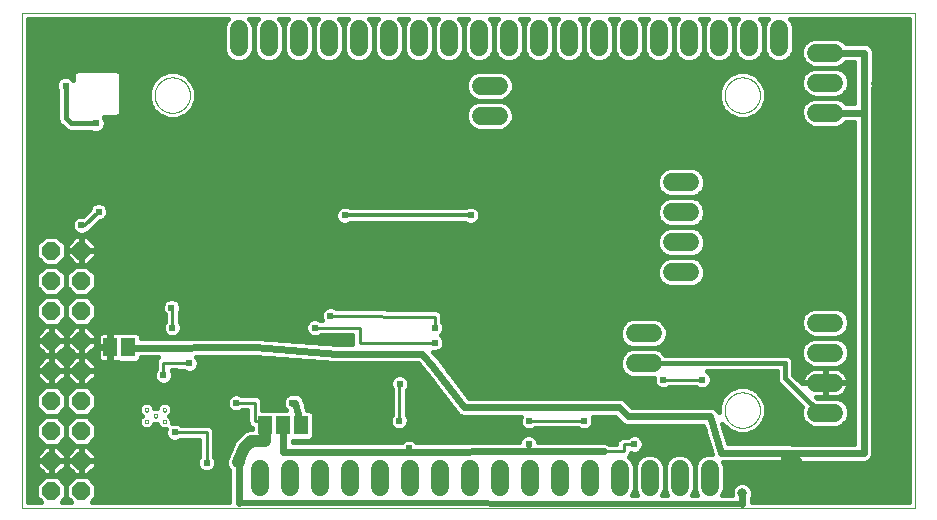
<source format=gbl>
G75*
%MOIN*%
%OFA0B0*%
%FSLAX25Y25*%
%IPPOS*%
%LPD*%
%AMOC8*
5,1,8,0,0,1.08239X$1,22.5*
%
%ADD10C,0.00000*%
%ADD11C,0.06000*%
%ADD12OC8,0.06000*%
%ADD13R,0.04600X0.06300*%
%ADD14C,0.01600*%
%ADD15C,0.02381*%
%ADD16C,0.01000*%
%ADD17C,0.01200*%
%ADD18C,0.02400*%
%ADD19C,0.04000*%
%ADD20C,0.03562*%
%ADD21C,0.03169*%
%ADD22C,0.02000*%
D10*
X0009878Y0004550D02*
X0009878Y0169550D01*
X0307378Y0169550D01*
X0307378Y0004550D01*
X0009878Y0004550D01*
X0050710Y0033206D02*
X0050712Y0033254D01*
X0050718Y0033302D01*
X0050728Y0033349D01*
X0050741Y0033395D01*
X0050759Y0033440D01*
X0050779Y0033484D01*
X0050804Y0033526D01*
X0050832Y0033565D01*
X0050862Y0033602D01*
X0050896Y0033636D01*
X0050933Y0033668D01*
X0050971Y0033697D01*
X0051012Y0033722D01*
X0051055Y0033744D01*
X0051100Y0033762D01*
X0051146Y0033776D01*
X0051193Y0033787D01*
X0051241Y0033794D01*
X0051289Y0033797D01*
X0051337Y0033796D01*
X0051385Y0033791D01*
X0051433Y0033782D01*
X0051479Y0033770D01*
X0051524Y0033753D01*
X0051568Y0033733D01*
X0051610Y0033710D01*
X0051650Y0033683D01*
X0051688Y0033653D01*
X0051723Y0033620D01*
X0051755Y0033584D01*
X0051785Y0033546D01*
X0051811Y0033505D01*
X0051833Y0033462D01*
X0051853Y0033418D01*
X0051868Y0033373D01*
X0051880Y0033326D01*
X0051888Y0033278D01*
X0051892Y0033230D01*
X0051892Y0033182D01*
X0051888Y0033134D01*
X0051880Y0033086D01*
X0051868Y0033039D01*
X0051853Y0032994D01*
X0051833Y0032950D01*
X0051811Y0032907D01*
X0051785Y0032866D01*
X0051755Y0032828D01*
X0051723Y0032792D01*
X0051688Y0032759D01*
X0051650Y0032729D01*
X0051610Y0032702D01*
X0051568Y0032679D01*
X0051524Y0032659D01*
X0051479Y0032642D01*
X0051433Y0032630D01*
X0051385Y0032621D01*
X0051337Y0032616D01*
X0051289Y0032615D01*
X0051241Y0032618D01*
X0051193Y0032625D01*
X0051146Y0032636D01*
X0051100Y0032650D01*
X0051055Y0032668D01*
X0051012Y0032690D01*
X0050971Y0032715D01*
X0050933Y0032744D01*
X0050896Y0032776D01*
X0050862Y0032810D01*
X0050832Y0032847D01*
X0050804Y0032886D01*
X0050779Y0032928D01*
X0050759Y0032972D01*
X0050741Y0033017D01*
X0050728Y0033063D01*
X0050718Y0033110D01*
X0050712Y0033158D01*
X0050710Y0033206D01*
X0053662Y0035175D02*
X0053664Y0035223D01*
X0053670Y0035271D01*
X0053680Y0035318D01*
X0053693Y0035364D01*
X0053711Y0035409D01*
X0053731Y0035453D01*
X0053756Y0035495D01*
X0053784Y0035534D01*
X0053814Y0035571D01*
X0053848Y0035605D01*
X0053885Y0035637D01*
X0053923Y0035666D01*
X0053964Y0035691D01*
X0054007Y0035713D01*
X0054052Y0035731D01*
X0054098Y0035745D01*
X0054145Y0035756D01*
X0054193Y0035763D01*
X0054241Y0035766D01*
X0054289Y0035765D01*
X0054337Y0035760D01*
X0054385Y0035751D01*
X0054431Y0035739D01*
X0054476Y0035722D01*
X0054520Y0035702D01*
X0054562Y0035679D01*
X0054602Y0035652D01*
X0054640Y0035622D01*
X0054675Y0035589D01*
X0054707Y0035553D01*
X0054737Y0035515D01*
X0054763Y0035474D01*
X0054785Y0035431D01*
X0054805Y0035387D01*
X0054820Y0035342D01*
X0054832Y0035295D01*
X0054840Y0035247D01*
X0054844Y0035199D01*
X0054844Y0035151D01*
X0054840Y0035103D01*
X0054832Y0035055D01*
X0054820Y0035008D01*
X0054805Y0034963D01*
X0054785Y0034919D01*
X0054763Y0034876D01*
X0054737Y0034835D01*
X0054707Y0034797D01*
X0054675Y0034761D01*
X0054640Y0034728D01*
X0054602Y0034698D01*
X0054562Y0034671D01*
X0054520Y0034648D01*
X0054476Y0034628D01*
X0054431Y0034611D01*
X0054385Y0034599D01*
X0054337Y0034590D01*
X0054289Y0034585D01*
X0054241Y0034584D01*
X0054193Y0034587D01*
X0054145Y0034594D01*
X0054098Y0034605D01*
X0054052Y0034619D01*
X0054007Y0034637D01*
X0053964Y0034659D01*
X0053923Y0034684D01*
X0053885Y0034713D01*
X0053848Y0034745D01*
X0053814Y0034779D01*
X0053784Y0034816D01*
X0053756Y0034855D01*
X0053731Y0034897D01*
X0053711Y0034941D01*
X0053693Y0034986D01*
X0053680Y0035032D01*
X0053670Y0035079D01*
X0053664Y0035127D01*
X0053662Y0035175D01*
X0050710Y0037144D02*
X0050712Y0037192D01*
X0050718Y0037240D01*
X0050728Y0037287D01*
X0050741Y0037333D01*
X0050759Y0037378D01*
X0050779Y0037422D01*
X0050804Y0037464D01*
X0050832Y0037503D01*
X0050862Y0037540D01*
X0050896Y0037574D01*
X0050933Y0037606D01*
X0050971Y0037635D01*
X0051012Y0037660D01*
X0051055Y0037682D01*
X0051100Y0037700D01*
X0051146Y0037714D01*
X0051193Y0037725D01*
X0051241Y0037732D01*
X0051289Y0037735D01*
X0051337Y0037734D01*
X0051385Y0037729D01*
X0051433Y0037720D01*
X0051479Y0037708D01*
X0051524Y0037691D01*
X0051568Y0037671D01*
X0051610Y0037648D01*
X0051650Y0037621D01*
X0051688Y0037591D01*
X0051723Y0037558D01*
X0051755Y0037522D01*
X0051785Y0037484D01*
X0051811Y0037443D01*
X0051833Y0037400D01*
X0051853Y0037356D01*
X0051868Y0037311D01*
X0051880Y0037264D01*
X0051888Y0037216D01*
X0051892Y0037168D01*
X0051892Y0037120D01*
X0051888Y0037072D01*
X0051880Y0037024D01*
X0051868Y0036977D01*
X0051853Y0036932D01*
X0051833Y0036888D01*
X0051811Y0036845D01*
X0051785Y0036804D01*
X0051755Y0036766D01*
X0051723Y0036730D01*
X0051688Y0036697D01*
X0051650Y0036667D01*
X0051610Y0036640D01*
X0051568Y0036617D01*
X0051524Y0036597D01*
X0051479Y0036580D01*
X0051433Y0036568D01*
X0051385Y0036559D01*
X0051337Y0036554D01*
X0051289Y0036553D01*
X0051241Y0036556D01*
X0051193Y0036563D01*
X0051146Y0036574D01*
X0051100Y0036588D01*
X0051055Y0036606D01*
X0051012Y0036628D01*
X0050971Y0036653D01*
X0050933Y0036682D01*
X0050896Y0036714D01*
X0050862Y0036748D01*
X0050832Y0036785D01*
X0050804Y0036824D01*
X0050779Y0036866D01*
X0050759Y0036910D01*
X0050741Y0036955D01*
X0050728Y0037001D01*
X0050718Y0037048D01*
X0050712Y0037096D01*
X0050710Y0037144D01*
X0056615Y0037144D02*
X0056617Y0037192D01*
X0056623Y0037240D01*
X0056633Y0037287D01*
X0056646Y0037333D01*
X0056664Y0037378D01*
X0056684Y0037422D01*
X0056709Y0037464D01*
X0056737Y0037503D01*
X0056767Y0037540D01*
X0056801Y0037574D01*
X0056838Y0037606D01*
X0056876Y0037635D01*
X0056917Y0037660D01*
X0056960Y0037682D01*
X0057005Y0037700D01*
X0057051Y0037714D01*
X0057098Y0037725D01*
X0057146Y0037732D01*
X0057194Y0037735D01*
X0057242Y0037734D01*
X0057290Y0037729D01*
X0057338Y0037720D01*
X0057384Y0037708D01*
X0057429Y0037691D01*
X0057473Y0037671D01*
X0057515Y0037648D01*
X0057555Y0037621D01*
X0057593Y0037591D01*
X0057628Y0037558D01*
X0057660Y0037522D01*
X0057690Y0037484D01*
X0057716Y0037443D01*
X0057738Y0037400D01*
X0057758Y0037356D01*
X0057773Y0037311D01*
X0057785Y0037264D01*
X0057793Y0037216D01*
X0057797Y0037168D01*
X0057797Y0037120D01*
X0057793Y0037072D01*
X0057785Y0037024D01*
X0057773Y0036977D01*
X0057758Y0036932D01*
X0057738Y0036888D01*
X0057716Y0036845D01*
X0057690Y0036804D01*
X0057660Y0036766D01*
X0057628Y0036730D01*
X0057593Y0036697D01*
X0057555Y0036667D01*
X0057515Y0036640D01*
X0057473Y0036617D01*
X0057429Y0036597D01*
X0057384Y0036580D01*
X0057338Y0036568D01*
X0057290Y0036559D01*
X0057242Y0036554D01*
X0057194Y0036553D01*
X0057146Y0036556D01*
X0057098Y0036563D01*
X0057051Y0036574D01*
X0057005Y0036588D01*
X0056960Y0036606D01*
X0056917Y0036628D01*
X0056876Y0036653D01*
X0056838Y0036682D01*
X0056801Y0036714D01*
X0056767Y0036748D01*
X0056737Y0036785D01*
X0056709Y0036824D01*
X0056684Y0036866D01*
X0056664Y0036910D01*
X0056646Y0036955D01*
X0056633Y0037001D01*
X0056623Y0037048D01*
X0056617Y0037096D01*
X0056615Y0037144D01*
X0056615Y0033206D02*
X0056617Y0033254D01*
X0056623Y0033302D01*
X0056633Y0033349D01*
X0056646Y0033395D01*
X0056664Y0033440D01*
X0056684Y0033484D01*
X0056709Y0033526D01*
X0056737Y0033565D01*
X0056767Y0033602D01*
X0056801Y0033636D01*
X0056838Y0033668D01*
X0056876Y0033697D01*
X0056917Y0033722D01*
X0056960Y0033744D01*
X0057005Y0033762D01*
X0057051Y0033776D01*
X0057098Y0033787D01*
X0057146Y0033794D01*
X0057194Y0033797D01*
X0057242Y0033796D01*
X0057290Y0033791D01*
X0057338Y0033782D01*
X0057384Y0033770D01*
X0057429Y0033753D01*
X0057473Y0033733D01*
X0057515Y0033710D01*
X0057555Y0033683D01*
X0057593Y0033653D01*
X0057628Y0033620D01*
X0057660Y0033584D01*
X0057690Y0033546D01*
X0057716Y0033505D01*
X0057738Y0033462D01*
X0057758Y0033418D01*
X0057773Y0033373D01*
X0057785Y0033326D01*
X0057793Y0033278D01*
X0057797Y0033230D01*
X0057797Y0033182D01*
X0057793Y0033134D01*
X0057785Y0033086D01*
X0057773Y0033039D01*
X0057758Y0032994D01*
X0057738Y0032950D01*
X0057716Y0032907D01*
X0057690Y0032866D01*
X0057660Y0032828D01*
X0057628Y0032792D01*
X0057593Y0032759D01*
X0057555Y0032729D01*
X0057515Y0032702D01*
X0057473Y0032679D01*
X0057429Y0032659D01*
X0057384Y0032642D01*
X0057338Y0032630D01*
X0057290Y0032621D01*
X0057242Y0032616D01*
X0057194Y0032615D01*
X0057146Y0032618D01*
X0057098Y0032625D01*
X0057051Y0032636D01*
X0057005Y0032650D01*
X0056960Y0032668D01*
X0056917Y0032690D01*
X0056876Y0032715D01*
X0056838Y0032744D01*
X0056801Y0032776D01*
X0056767Y0032810D01*
X0056737Y0032847D01*
X0056709Y0032886D01*
X0056684Y0032928D01*
X0056664Y0032972D01*
X0056646Y0033017D01*
X0056633Y0033063D01*
X0056623Y0033110D01*
X0056617Y0033158D01*
X0056615Y0033206D01*
X0053972Y0142050D02*
X0053974Y0142203D01*
X0053980Y0142357D01*
X0053990Y0142510D01*
X0054004Y0142662D01*
X0054022Y0142815D01*
X0054044Y0142966D01*
X0054069Y0143117D01*
X0054099Y0143268D01*
X0054133Y0143418D01*
X0054170Y0143566D01*
X0054211Y0143714D01*
X0054256Y0143860D01*
X0054305Y0144006D01*
X0054358Y0144150D01*
X0054414Y0144292D01*
X0054474Y0144433D01*
X0054538Y0144573D01*
X0054605Y0144711D01*
X0054676Y0144847D01*
X0054751Y0144981D01*
X0054828Y0145113D01*
X0054910Y0145243D01*
X0054994Y0145371D01*
X0055082Y0145497D01*
X0055173Y0145620D01*
X0055267Y0145741D01*
X0055365Y0145859D01*
X0055465Y0145975D01*
X0055569Y0146088D01*
X0055675Y0146199D01*
X0055784Y0146307D01*
X0055896Y0146412D01*
X0056010Y0146513D01*
X0056128Y0146612D01*
X0056247Y0146708D01*
X0056369Y0146801D01*
X0056494Y0146890D01*
X0056621Y0146977D01*
X0056750Y0147059D01*
X0056881Y0147139D01*
X0057014Y0147215D01*
X0057149Y0147288D01*
X0057286Y0147357D01*
X0057425Y0147422D01*
X0057565Y0147484D01*
X0057707Y0147542D01*
X0057850Y0147597D01*
X0057995Y0147648D01*
X0058141Y0147695D01*
X0058288Y0147738D01*
X0058436Y0147777D01*
X0058585Y0147813D01*
X0058735Y0147844D01*
X0058886Y0147872D01*
X0059037Y0147896D01*
X0059190Y0147916D01*
X0059342Y0147932D01*
X0059495Y0147944D01*
X0059648Y0147952D01*
X0059801Y0147956D01*
X0059955Y0147956D01*
X0060108Y0147952D01*
X0060261Y0147944D01*
X0060414Y0147932D01*
X0060566Y0147916D01*
X0060719Y0147896D01*
X0060870Y0147872D01*
X0061021Y0147844D01*
X0061171Y0147813D01*
X0061320Y0147777D01*
X0061468Y0147738D01*
X0061615Y0147695D01*
X0061761Y0147648D01*
X0061906Y0147597D01*
X0062049Y0147542D01*
X0062191Y0147484D01*
X0062331Y0147422D01*
X0062470Y0147357D01*
X0062607Y0147288D01*
X0062742Y0147215D01*
X0062875Y0147139D01*
X0063006Y0147059D01*
X0063135Y0146977D01*
X0063262Y0146890D01*
X0063387Y0146801D01*
X0063509Y0146708D01*
X0063628Y0146612D01*
X0063746Y0146513D01*
X0063860Y0146412D01*
X0063972Y0146307D01*
X0064081Y0146199D01*
X0064187Y0146088D01*
X0064291Y0145975D01*
X0064391Y0145859D01*
X0064489Y0145741D01*
X0064583Y0145620D01*
X0064674Y0145497D01*
X0064762Y0145371D01*
X0064846Y0145243D01*
X0064928Y0145113D01*
X0065005Y0144981D01*
X0065080Y0144847D01*
X0065151Y0144711D01*
X0065218Y0144573D01*
X0065282Y0144433D01*
X0065342Y0144292D01*
X0065398Y0144150D01*
X0065451Y0144006D01*
X0065500Y0143860D01*
X0065545Y0143714D01*
X0065586Y0143566D01*
X0065623Y0143418D01*
X0065657Y0143268D01*
X0065687Y0143117D01*
X0065712Y0142966D01*
X0065734Y0142815D01*
X0065752Y0142662D01*
X0065766Y0142510D01*
X0065776Y0142357D01*
X0065782Y0142203D01*
X0065784Y0142050D01*
X0065782Y0141897D01*
X0065776Y0141743D01*
X0065766Y0141590D01*
X0065752Y0141438D01*
X0065734Y0141285D01*
X0065712Y0141134D01*
X0065687Y0140983D01*
X0065657Y0140832D01*
X0065623Y0140682D01*
X0065586Y0140534D01*
X0065545Y0140386D01*
X0065500Y0140240D01*
X0065451Y0140094D01*
X0065398Y0139950D01*
X0065342Y0139808D01*
X0065282Y0139667D01*
X0065218Y0139527D01*
X0065151Y0139389D01*
X0065080Y0139253D01*
X0065005Y0139119D01*
X0064928Y0138987D01*
X0064846Y0138857D01*
X0064762Y0138729D01*
X0064674Y0138603D01*
X0064583Y0138480D01*
X0064489Y0138359D01*
X0064391Y0138241D01*
X0064291Y0138125D01*
X0064187Y0138012D01*
X0064081Y0137901D01*
X0063972Y0137793D01*
X0063860Y0137688D01*
X0063746Y0137587D01*
X0063628Y0137488D01*
X0063509Y0137392D01*
X0063387Y0137299D01*
X0063262Y0137210D01*
X0063135Y0137123D01*
X0063006Y0137041D01*
X0062875Y0136961D01*
X0062742Y0136885D01*
X0062607Y0136812D01*
X0062470Y0136743D01*
X0062331Y0136678D01*
X0062191Y0136616D01*
X0062049Y0136558D01*
X0061906Y0136503D01*
X0061761Y0136452D01*
X0061615Y0136405D01*
X0061468Y0136362D01*
X0061320Y0136323D01*
X0061171Y0136287D01*
X0061021Y0136256D01*
X0060870Y0136228D01*
X0060719Y0136204D01*
X0060566Y0136184D01*
X0060414Y0136168D01*
X0060261Y0136156D01*
X0060108Y0136148D01*
X0059955Y0136144D01*
X0059801Y0136144D01*
X0059648Y0136148D01*
X0059495Y0136156D01*
X0059342Y0136168D01*
X0059190Y0136184D01*
X0059037Y0136204D01*
X0058886Y0136228D01*
X0058735Y0136256D01*
X0058585Y0136287D01*
X0058436Y0136323D01*
X0058288Y0136362D01*
X0058141Y0136405D01*
X0057995Y0136452D01*
X0057850Y0136503D01*
X0057707Y0136558D01*
X0057565Y0136616D01*
X0057425Y0136678D01*
X0057286Y0136743D01*
X0057149Y0136812D01*
X0057014Y0136885D01*
X0056881Y0136961D01*
X0056750Y0137041D01*
X0056621Y0137123D01*
X0056494Y0137210D01*
X0056369Y0137299D01*
X0056247Y0137392D01*
X0056128Y0137488D01*
X0056010Y0137587D01*
X0055896Y0137688D01*
X0055784Y0137793D01*
X0055675Y0137901D01*
X0055569Y0138012D01*
X0055465Y0138125D01*
X0055365Y0138241D01*
X0055267Y0138359D01*
X0055173Y0138480D01*
X0055082Y0138603D01*
X0054994Y0138729D01*
X0054910Y0138857D01*
X0054828Y0138987D01*
X0054751Y0139119D01*
X0054676Y0139253D01*
X0054605Y0139389D01*
X0054538Y0139527D01*
X0054474Y0139667D01*
X0054414Y0139808D01*
X0054358Y0139950D01*
X0054305Y0140094D01*
X0054256Y0140240D01*
X0054211Y0140386D01*
X0054170Y0140534D01*
X0054133Y0140682D01*
X0054099Y0140832D01*
X0054069Y0140983D01*
X0054044Y0141134D01*
X0054022Y0141285D01*
X0054004Y0141438D01*
X0053990Y0141590D01*
X0053980Y0141743D01*
X0053974Y0141897D01*
X0053972Y0142050D01*
X0243972Y0142050D02*
X0243974Y0142203D01*
X0243980Y0142357D01*
X0243990Y0142510D01*
X0244004Y0142662D01*
X0244022Y0142815D01*
X0244044Y0142966D01*
X0244069Y0143117D01*
X0244099Y0143268D01*
X0244133Y0143418D01*
X0244170Y0143566D01*
X0244211Y0143714D01*
X0244256Y0143860D01*
X0244305Y0144006D01*
X0244358Y0144150D01*
X0244414Y0144292D01*
X0244474Y0144433D01*
X0244538Y0144573D01*
X0244605Y0144711D01*
X0244676Y0144847D01*
X0244751Y0144981D01*
X0244828Y0145113D01*
X0244910Y0145243D01*
X0244994Y0145371D01*
X0245082Y0145497D01*
X0245173Y0145620D01*
X0245267Y0145741D01*
X0245365Y0145859D01*
X0245465Y0145975D01*
X0245569Y0146088D01*
X0245675Y0146199D01*
X0245784Y0146307D01*
X0245896Y0146412D01*
X0246010Y0146513D01*
X0246128Y0146612D01*
X0246247Y0146708D01*
X0246369Y0146801D01*
X0246494Y0146890D01*
X0246621Y0146977D01*
X0246750Y0147059D01*
X0246881Y0147139D01*
X0247014Y0147215D01*
X0247149Y0147288D01*
X0247286Y0147357D01*
X0247425Y0147422D01*
X0247565Y0147484D01*
X0247707Y0147542D01*
X0247850Y0147597D01*
X0247995Y0147648D01*
X0248141Y0147695D01*
X0248288Y0147738D01*
X0248436Y0147777D01*
X0248585Y0147813D01*
X0248735Y0147844D01*
X0248886Y0147872D01*
X0249037Y0147896D01*
X0249190Y0147916D01*
X0249342Y0147932D01*
X0249495Y0147944D01*
X0249648Y0147952D01*
X0249801Y0147956D01*
X0249955Y0147956D01*
X0250108Y0147952D01*
X0250261Y0147944D01*
X0250414Y0147932D01*
X0250566Y0147916D01*
X0250719Y0147896D01*
X0250870Y0147872D01*
X0251021Y0147844D01*
X0251171Y0147813D01*
X0251320Y0147777D01*
X0251468Y0147738D01*
X0251615Y0147695D01*
X0251761Y0147648D01*
X0251906Y0147597D01*
X0252049Y0147542D01*
X0252191Y0147484D01*
X0252331Y0147422D01*
X0252470Y0147357D01*
X0252607Y0147288D01*
X0252742Y0147215D01*
X0252875Y0147139D01*
X0253006Y0147059D01*
X0253135Y0146977D01*
X0253262Y0146890D01*
X0253387Y0146801D01*
X0253509Y0146708D01*
X0253628Y0146612D01*
X0253746Y0146513D01*
X0253860Y0146412D01*
X0253972Y0146307D01*
X0254081Y0146199D01*
X0254187Y0146088D01*
X0254291Y0145975D01*
X0254391Y0145859D01*
X0254489Y0145741D01*
X0254583Y0145620D01*
X0254674Y0145497D01*
X0254762Y0145371D01*
X0254846Y0145243D01*
X0254928Y0145113D01*
X0255005Y0144981D01*
X0255080Y0144847D01*
X0255151Y0144711D01*
X0255218Y0144573D01*
X0255282Y0144433D01*
X0255342Y0144292D01*
X0255398Y0144150D01*
X0255451Y0144006D01*
X0255500Y0143860D01*
X0255545Y0143714D01*
X0255586Y0143566D01*
X0255623Y0143418D01*
X0255657Y0143268D01*
X0255687Y0143117D01*
X0255712Y0142966D01*
X0255734Y0142815D01*
X0255752Y0142662D01*
X0255766Y0142510D01*
X0255776Y0142357D01*
X0255782Y0142203D01*
X0255784Y0142050D01*
X0255782Y0141897D01*
X0255776Y0141743D01*
X0255766Y0141590D01*
X0255752Y0141438D01*
X0255734Y0141285D01*
X0255712Y0141134D01*
X0255687Y0140983D01*
X0255657Y0140832D01*
X0255623Y0140682D01*
X0255586Y0140534D01*
X0255545Y0140386D01*
X0255500Y0140240D01*
X0255451Y0140094D01*
X0255398Y0139950D01*
X0255342Y0139808D01*
X0255282Y0139667D01*
X0255218Y0139527D01*
X0255151Y0139389D01*
X0255080Y0139253D01*
X0255005Y0139119D01*
X0254928Y0138987D01*
X0254846Y0138857D01*
X0254762Y0138729D01*
X0254674Y0138603D01*
X0254583Y0138480D01*
X0254489Y0138359D01*
X0254391Y0138241D01*
X0254291Y0138125D01*
X0254187Y0138012D01*
X0254081Y0137901D01*
X0253972Y0137793D01*
X0253860Y0137688D01*
X0253746Y0137587D01*
X0253628Y0137488D01*
X0253509Y0137392D01*
X0253387Y0137299D01*
X0253262Y0137210D01*
X0253135Y0137123D01*
X0253006Y0137041D01*
X0252875Y0136961D01*
X0252742Y0136885D01*
X0252607Y0136812D01*
X0252470Y0136743D01*
X0252331Y0136678D01*
X0252191Y0136616D01*
X0252049Y0136558D01*
X0251906Y0136503D01*
X0251761Y0136452D01*
X0251615Y0136405D01*
X0251468Y0136362D01*
X0251320Y0136323D01*
X0251171Y0136287D01*
X0251021Y0136256D01*
X0250870Y0136228D01*
X0250719Y0136204D01*
X0250566Y0136184D01*
X0250414Y0136168D01*
X0250261Y0136156D01*
X0250108Y0136148D01*
X0249955Y0136144D01*
X0249801Y0136144D01*
X0249648Y0136148D01*
X0249495Y0136156D01*
X0249342Y0136168D01*
X0249190Y0136184D01*
X0249037Y0136204D01*
X0248886Y0136228D01*
X0248735Y0136256D01*
X0248585Y0136287D01*
X0248436Y0136323D01*
X0248288Y0136362D01*
X0248141Y0136405D01*
X0247995Y0136452D01*
X0247850Y0136503D01*
X0247707Y0136558D01*
X0247565Y0136616D01*
X0247425Y0136678D01*
X0247286Y0136743D01*
X0247149Y0136812D01*
X0247014Y0136885D01*
X0246881Y0136961D01*
X0246750Y0137041D01*
X0246621Y0137123D01*
X0246494Y0137210D01*
X0246369Y0137299D01*
X0246247Y0137392D01*
X0246128Y0137488D01*
X0246010Y0137587D01*
X0245896Y0137688D01*
X0245784Y0137793D01*
X0245675Y0137901D01*
X0245569Y0138012D01*
X0245465Y0138125D01*
X0245365Y0138241D01*
X0245267Y0138359D01*
X0245173Y0138480D01*
X0245082Y0138603D01*
X0244994Y0138729D01*
X0244910Y0138857D01*
X0244828Y0138987D01*
X0244751Y0139119D01*
X0244676Y0139253D01*
X0244605Y0139389D01*
X0244538Y0139527D01*
X0244474Y0139667D01*
X0244414Y0139808D01*
X0244358Y0139950D01*
X0244305Y0140094D01*
X0244256Y0140240D01*
X0244211Y0140386D01*
X0244170Y0140534D01*
X0244133Y0140682D01*
X0244099Y0140832D01*
X0244069Y0140983D01*
X0244044Y0141134D01*
X0244022Y0141285D01*
X0244004Y0141438D01*
X0243990Y0141590D01*
X0243980Y0141743D01*
X0243974Y0141897D01*
X0243972Y0142050D01*
X0243972Y0037050D02*
X0243974Y0037203D01*
X0243980Y0037357D01*
X0243990Y0037510D01*
X0244004Y0037662D01*
X0244022Y0037815D01*
X0244044Y0037966D01*
X0244069Y0038117D01*
X0244099Y0038268D01*
X0244133Y0038418D01*
X0244170Y0038566D01*
X0244211Y0038714D01*
X0244256Y0038860D01*
X0244305Y0039006D01*
X0244358Y0039150D01*
X0244414Y0039292D01*
X0244474Y0039433D01*
X0244538Y0039573D01*
X0244605Y0039711D01*
X0244676Y0039847D01*
X0244751Y0039981D01*
X0244828Y0040113D01*
X0244910Y0040243D01*
X0244994Y0040371D01*
X0245082Y0040497D01*
X0245173Y0040620D01*
X0245267Y0040741D01*
X0245365Y0040859D01*
X0245465Y0040975D01*
X0245569Y0041088D01*
X0245675Y0041199D01*
X0245784Y0041307D01*
X0245896Y0041412D01*
X0246010Y0041513D01*
X0246128Y0041612D01*
X0246247Y0041708D01*
X0246369Y0041801D01*
X0246494Y0041890D01*
X0246621Y0041977D01*
X0246750Y0042059D01*
X0246881Y0042139D01*
X0247014Y0042215D01*
X0247149Y0042288D01*
X0247286Y0042357D01*
X0247425Y0042422D01*
X0247565Y0042484D01*
X0247707Y0042542D01*
X0247850Y0042597D01*
X0247995Y0042648D01*
X0248141Y0042695D01*
X0248288Y0042738D01*
X0248436Y0042777D01*
X0248585Y0042813D01*
X0248735Y0042844D01*
X0248886Y0042872D01*
X0249037Y0042896D01*
X0249190Y0042916D01*
X0249342Y0042932D01*
X0249495Y0042944D01*
X0249648Y0042952D01*
X0249801Y0042956D01*
X0249955Y0042956D01*
X0250108Y0042952D01*
X0250261Y0042944D01*
X0250414Y0042932D01*
X0250566Y0042916D01*
X0250719Y0042896D01*
X0250870Y0042872D01*
X0251021Y0042844D01*
X0251171Y0042813D01*
X0251320Y0042777D01*
X0251468Y0042738D01*
X0251615Y0042695D01*
X0251761Y0042648D01*
X0251906Y0042597D01*
X0252049Y0042542D01*
X0252191Y0042484D01*
X0252331Y0042422D01*
X0252470Y0042357D01*
X0252607Y0042288D01*
X0252742Y0042215D01*
X0252875Y0042139D01*
X0253006Y0042059D01*
X0253135Y0041977D01*
X0253262Y0041890D01*
X0253387Y0041801D01*
X0253509Y0041708D01*
X0253628Y0041612D01*
X0253746Y0041513D01*
X0253860Y0041412D01*
X0253972Y0041307D01*
X0254081Y0041199D01*
X0254187Y0041088D01*
X0254291Y0040975D01*
X0254391Y0040859D01*
X0254489Y0040741D01*
X0254583Y0040620D01*
X0254674Y0040497D01*
X0254762Y0040371D01*
X0254846Y0040243D01*
X0254928Y0040113D01*
X0255005Y0039981D01*
X0255080Y0039847D01*
X0255151Y0039711D01*
X0255218Y0039573D01*
X0255282Y0039433D01*
X0255342Y0039292D01*
X0255398Y0039150D01*
X0255451Y0039006D01*
X0255500Y0038860D01*
X0255545Y0038714D01*
X0255586Y0038566D01*
X0255623Y0038418D01*
X0255657Y0038268D01*
X0255687Y0038117D01*
X0255712Y0037966D01*
X0255734Y0037815D01*
X0255752Y0037662D01*
X0255766Y0037510D01*
X0255776Y0037357D01*
X0255782Y0037203D01*
X0255784Y0037050D01*
X0255782Y0036897D01*
X0255776Y0036743D01*
X0255766Y0036590D01*
X0255752Y0036438D01*
X0255734Y0036285D01*
X0255712Y0036134D01*
X0255687Y0035983D01*
X0255657Y0035832D01*
X0255623Y0035682D01*
X0255586Y0035534D01*
X0255545Y0035386D01*
X0255500Y0035240D01*
X0255451Y0035094D01*
X0255398Y0034950D01*
X0255342Y0034808D01*
X0255282Y0034667D01*
X0255218Y0034527D01*
X0255151Y0034389D01*
X0255080Y0034253D01*
X0255005Y0034119D01*
X0254928Y0033987D01*
X0254846Y0033857D01*
X0254762Y0033729D01*
X0254674Y0033603D01*
X0254583Y0033480D01*
X0254489Y0033359D01*
X0254391Y0033241D01*
X0254291Y0033125D01*
X0254187Y0033012D01*
X0254081Y0032901D01*
X0253972Y0032793D01*
X0253860Y0032688D01*
X0253746Y0032587D01*
X0253628Y0032488D01*
X0253509Y0032392D01*
X0253387Y0032299D01*
X0253262Y0032210D01*
X0253135Y0032123D01*
X0253006Y0032041D01*
X0252875Y0031961D01*
X0252742Y0031885D01*
X0252607Y0031812D01*
X0252470Y0031743D01*
X0252331Y0031678D01*
X0252191Y0031616D01*
X0252049Y0031558D01*
X0251906Y0031503D01*
X0251761Y0031452D01*
X0251615Y0031405D01*
X0251468Y0031362D01*
X0251320Y0031323D01*
X0251171Y0031287D01*
X0251021Y0031256D01*
X0250870Y0031228D01*
X0250719Y0031204D01*
X0250566Y0031184D01*
X0250414Y0031168D01*
X0250261Y0031156D01*
X0250108Y0031148D01*
X0249955Y0031144D01*
X0249801Y0031144D01*
X0249648Y0031148D01*
X0249495Y0031156D01*
X0249342Y0031168D01*
X0249190Y0031184D01*
X0249037Y0031204D01*
X0248886Y0031228D01*
X0248735Y0031256D01*
X0248585Y0031287D01*
X0248436Y0031323D01*
X0248288Y0031362D01*
X0248141Y0031405D01*
X0247995Y0031452D01*
X0247850Y0031503D01*
X0247707Y0031558D01*
X0247565Y0031616D01*
X0247425Y0031678D01*
X0247286Y0031743D01*
X0247149Y0031812D01*
X0247014Y0031885D01*
X0246881Y0031961D01*
X0246750Y0032041D01*
X0246621Y0032123D01*
X0246494Y0032210D01*
X0246369Y0032299D01*
X0246247Y0032392D01*
X0246128Y0032488D01*
X0246010Y0032587D01*
X0245896Y0032688D01*
X0245784Y0032793D01*
X0245675Y0032901D01*
X0245569Y0033012D01*
X0245465Y0033125D01*
X0245365Y0033241D01*
X0245267Y0033359D01*
X0245173Y0033480D01*
X0245082Y0033603D01*
X0244994Y0033729D01*
X0244910Y0033857D01*
X0244828Y0033987D01*
X0244751Y0034119D01*
X0244676Y0034253D01*
X0244605Y0034389D01*
X0244538Y0034527D01*
X0244474Y0034667D01*
X0244414Y0034808D01*
X0244358Y0034950D01*
X0244305Y0035094D01*
X0244256Y0035240D01*
X0244211Y0035386D01*
X0244170Y0035534D01*
X0244133Y0035682D01*
X0244099Y0035832D01*
X0244069Y0035983D01*
X0244044Y0036134D01*
X0244022Y0036285D01*
X0244004Y0036438D01*
X0243990Y0036590D01*
X0243980Y0036743D01*
X0243974Y0036897D01*
X0243972Y0037050D01*
D11*
X0219978Y0052750D02*
X0213978Y0052750D01*
X0213978Y0062750D02*
X0219978Y0062750D01*
X0226478Y0083050D02*
X0232478Y0083050D01*
X0232478Y0093050D02*
X0226478Y0093050D01*
X0226478Y0103050D02*
X0232478Y0103050D01*
X0232478Y0113050D02*
X0226478Y0113050D01*
X0274478Y0136250D02*
X0280478Y0136250D01*
X0280478Y0146250D02*
X0274478Y0146250D01*
X0274478Y0156250D02*
X0280478Y0156250D01*
X0262078Y0158050D02*
X0262078Y0164050D01*
X0252078Y0164050D02*
X0252078Y0158050D01*
X0242078Y0158050D02*
X0242078Y0164050D01*
X0232078Y0164050D02*
X0232078Y0158050D01*
X0222078Y0158050D02*
X0222078Y0164050D01*
X0212078Y0164050D02*
X0212078Y0158050D01*
X0202078Y0158050D02*
X0202078Y0164050D01*
X0192078Y0164050D02*
X0192078Y0158050D01*
X0182078Y0158050D02*
X0182078Y0164050D01*
X0172078Y0164050D02*
X0172078Y0158050D01*
X0162078Y0158050D02*
X0162078Y0164050D01*
X0151978Y0164050D02*
X0151978Y0158050D01*
X0141978Y0158050D02*
X0141978Y0164050D01*
X0131978Y0164050D02*
X0131978Y0158050D01*
X0121978Y0158050D02*
X0121978Y0164050D01*
X0111978Y0164050D02*
X0111978Y0158050D01*
X0101978Y0158050D02*
X0101978Y0164050D01*
X0091978Y0164050D02*
X0091978Y0158050D01*
X0081978Y0158050D02*
X0081978Y0164050D01*
X0162678Y0145250D02*
X0168678Y0145250D01*
X0168678Y0135250D02*
X0162678Y0135250D01*
X0274478Y0066250D02*
X0280478Y0066250D01*
X0280478Y0056250D02*
X0274478Y0056250D01*
X0274478Y0046250D02*
X0280478Y0046250D01*
X0280478Y0036250D02*
X0274478Y0036250D01*
X0238978Y0017550D02*
X0238978Y0011550D01*
X0228978Y0011550D02*
X0228978Y0017550D01*
X0218978Y0017550D02*
X0218978Y0011550D01*
X0208978Y0011550D02*
X0208978Y0017550D01*
X0198978Y0017550D02*
X0198978Y0011550D01*
X0188978Y0011550D02*
X0188978Y0017550D01*
X0178978Y0017550D02*
X0178978Y0011550D01*
X0168978Y0011550D02*
X0168978Y0017550D01*
X0158978Y0017450D02*
X0158978Y0011450D01*
X0148978Y0011450D02*
X0148978Y0017450D01*
X0138978Y0017450D02*
X0138978Y0011450D01*
X0128978Y0011450D02*
X0128978Y0017450D01*
X0118978Y0017450D02*
X0118978Y0011450D01*
X0108978Y0011450D02*
X0108978Y0017450D01*
X0098978Y0017450D02*
X0098978Y0011450D01*
X0088978Y0011450D02*
X0088978Y0017450D01*
D12*
X0029553Y0020175D03*
X0019553Y0020175D03*
X0019553Y0030175D03*
X0029553Y0030175D03*
X0029553Y0040175D03*
X0019553Y0040175D03*
X0019553Y0050175D03*
X0029553Y0050175D03*
X0029553Y0060175D03*
X0019553Y0060175D03*
X0019553Y0070175D03*
X0029553Y0070175D03*
X0029478Y0080250D03*
X0019478Y0080250D03*
X0019478Y0090250D03*
X0029478Y0090250D03*
X0029553Y0010175D03*
X0019553Y0010175D03*
D13*
X0090678Y0031950D03*
X0096678Y0031950D03*
X0102678Y0031950D03*
X0045078Y0058050D03*
X0039078Y0058050D03*
D14*
X0038728Y0058202D02*
X0034353Y0058202D01*
X0034353Y0058187D02*
X0034353Y0059975D01*
X0029753Y0059975D01*
X0029753Y0055375D01*
X0031541Y0055375D01*
X0034353Y0058187D01*
X0034978Y0058400D02*
X0038728Y0058400D01*
X0038728Y0057700D01*
X0034978Y0057700D01*
X0034978Y0054663D01*
X0035101Y0054205D01*
X0035338Y0053795D01*
X0035673Y0053460D01*
X0036084Y0053223D01*
X0036541Y0053100D01*
X0038728Y0053100D01*
X0038728Y0057700D01*
X0039428Y0057700D01*
X0039428Y0053100D01*
X0041615Y0053100D01*
X0041721Y0053128D01*
X0041950Y0052900D01*
X0048207Y0052900D01*
X0049378Y0054072D01*
X0049378Y0054669D01*
X0055190Y0054697D01*
X0055131Y0054638D01*
X0054792Y0054315D01*
X0054780Y0054287D01*
X0054759Y0054266D01*
X0054580Y0053833D01*
X0054391Y0053405D01*
X0054390Y0053375D01*
X0054378Y0053347D01*
X0054378Y0052879D01*
X0054367Y0052411D01*
X0054378Y0052383D01*
X0054378Y0050662D01*
X0054173Y0050457D01*
X0053688Y0049285D01*
X0053688Y0048015D01*
X0054173Y0046843D01*
X0055071Y0045945D01*
X0056244Y0045459D01*
X0057513Y0045459D01*
X0058686Y0045945D01*
X0059583Y0046843D01*
X0060069Y0048015D01*
X0060069Y0049285D01*
X0059655Y0050285D01*
X0063419Y0050197D01*
X0063671Y0049945D01*
X0064844Y0049459D01*
X0066113Y0049459D01*
X0067286Y0049945D01*
X0068183Y0050843D01*
X0068669Y0052015D01*
X0068669Y0053285D01*
X0068183Y0054457D01*
X0067883Y0054757D01*
X0087358Y0054849D01*
X0114120Y0052701D01*
X0114242Y0052650D01*
X0114750Y0052650D01*
X0115257Y0052609D01*
X0115383Y0052650D01*
X0141636Y0052650D01*
X0144399Y0049523D01*
X0154278Y0036447D01*
X0154365Y0036237D01*
X0154659Y0035944D01*
X0154909Y0035613D01*
X0155105Y0035498D01*
X0155266Y0035337D01*
X0155649Y0035178D01*
X0156007Y0034968D01*
X0156232Y0034937D01*
X0156442Y0034850D01*
X0156857Y0034850D01*
X0157267Y0034793D01*
X0157487Y0034850D01*
X0176005Y0034850D01*
X0175688Y0034085D01*
X0175688Y0032815D01*
X0176173Y0031643D01*
X0177071Y0030745D01*
X0178244Y0030259D01*
X0179513Y0030259D01*
X0180686Y0030745D01*
X0180890Y0030950D01*
X0195066Y0030950D01*
X0195271Y0030745D01*
X0196444Y0030259D01*
X0197713Y0030259D01*
X0198886Y0030745D01*
X0199783Y0031643D01*
X0200269Y0032815D01*
X0200269Y0034085D01*
X0199952Y0034850D01*
X0207353Y0034850D01*
X0208965Y0033237D01*
X0209866Y0032337D01*
X0211042Y0031850D01*
X0236723Y0031850D01*
X0239620Y0022550D01*
X0237984Y0022550D01*
X0236146Y0021789D01*
X0234739Y0020382D01*
X0233978Y0018545D01*
X0233217Y0020382D01*
X0231811Y0021789D01*
X0229973Y0022550D01*
X0227984Y0022550D01*
X0226146Y0021789D01*
X0224739Y0020382D01*
X0223978Y0018545D01*
X0223217Y0020382D01*
X0221811Y0021789D01*
X0219973Y0022550D01*
X0217984Y0022550D01*
X0216146Y0021789D01*
X0214739Y0020382D01*
X0213978Y0018545D01*
X0213217Y0020382D01*
X0212082Y0021518D01*
X0212498Y0021934D01*
X0212828Y0022732D01*
X0213244Y0022559D01*
X0214513Y0022559D01*
X0215686Y0023045D01*
X0216583Y0023943D01*
X0217069Y0025115D01*
X0217069Y0026385D01*
X0216583Y0027557D01*
X0215686Y0028455D01*
X0214513Y0028941D01*
X0213244Y0028941D01*
X0212071Y0028455D01*
X0211866Y0028250D01*
X0209881Y0028250D01*
X0208962Y0027869D01*
X0208259Y0027166D01*
X0207878Y0026247D01*
X0207878Y0025850D01*
X0205604Y0025850D01*
X0205441Y0026013D01*
X0204265Y0026500D01*
X0181792Y0026500D01*
X0181333Y0027607D01*
X0180436Y0028505D01*
X0179263Y0028991D01*
X0177994Y0028991D01*
X0176821Y0028505D01*
X0175923Y0027607D01*
X0175461Y0026492D01*
X0141186Y0026404D01*
X0140586Y0027005D01*
X0139413Y0027491D01*
X0138144Y0027491D01*
X0136971Y0027005D01*
X0136366Y0026400D01*
X0100197Y0026400D01*
X0100031Y0026800D01*
X0105807Y0026800D01*
X0106978Y0027972D01*
X0106978Y0035928D01*
X0105807Y0037100D01*
X0104747Y0037100D01*
X0104078Y0039924D01*
X0104078Y0040187D01*
X0103933Y0040537D01*
X0103845Y0040907D01*
X0103692Y0041120D01*
X0103591Y0041363D01*
X0103323Y0041631D01*
X0103100Y0041939D01*
X0102877Y0042077D01*
X0102691Y0042263D01*
X0102340Y0042408D01*
X0102017Y0042608D01*
X0101758Y0042649D01*
X0101515Y0042750D01*
X0101135Y0042750D01*
X0100760Y0042811D01*
X0100504Y0042750D01*
X0099242Y0042750D01*
X0098066Y0042263D01*
X0097165Y0041363D01*
X0096678Y0040187D01*
X0096678Y0038913D01*
X0097165Y0037737D01*
X0097803Y0037100D01*
X0089878Y0037100D01*
X0089878Y0040047D01*
X0089498Y0040966D01*
X0088794Y0041669D01*
X0087876Y0042050D01*
X0083140Y0042050D01*
X0082936Y0042255D01*
X0081763Y0042741D01*
X0080494Y0042741D01*
X0079321Y0042255D01*
X0078423Y0041357D01*
X0077938Y0040185D01*
X0077938Y0038915D01*
X0078423Y0037743D01*
X0079321Y0036845D01*
X0080494Y0036359D01*
X0081763Y0036359D01*
X0082936Y0036845D01*
X0083140Y0037050D01*
X0084878Y0037050D01*
X0084878Y0032803D01*
X0085259Y0031884D01*
X0085962Y0031181D01*
X0086378Y0031008D01*
X0086378Y0030827D01*
X0086347Y0030827D01*
X0085553Y0030846D01*
X0085551Y0030845D01*
X0085548Y0030845D01*
X0084809Y0030559D01*
X0084069Y0030273D01*
X0084067Y0030271D01*
X0084065Y0030270D01*
X0083495Y0029725D01*
X0081404Y0027732D01*
X0081321Y0027696D01*
X0080830Y0027185D01*
X0080317Y0026696D01*
X0080281Y0026614D01*
X0080218Y0026549D01*
X0079960Y0025889D01*
X0079673Y0025241D01*
X0079671Y0025151D01*
X0078143Y0021245D01*
X0077853Y0020546D01*
X0077853Y0020505D01*
X0077838Y0020467D01*
X0077853Y0019711D01*
X0077853Y0018954D01*
X0077869Y0018917D01*
X0077870Y0018876D01*
X0078173Y0018183D01*
X0078462Y0017484D01*
X0078491Y0017455D01*
X0078508Y0017418D01*
X0078778Y0017158D01*
X0078778Y0006550D01*
X0032999Y0006550D01*
X0034553Y0008104D01*
X0034553Y0012246D01*
X0031624Y0015175D01*
X0027482Y0015175D01*
X0024553Y0012246D01*
X0021624Y0015175D01*
X0017482Y0015175D01*
X0014553Y0012246D01*
X0014553Y0008104D01*
X0016107Y0006550D01*
X0011878Y0006550D01*
X0011878Y0167550D01*
X0078407Y0167550D01*
X0077739Y0166882D01*
X0076978Y0165045D01*
X0076978Y0157055D01*
X0077739Y0155218D01*
X0079146Y0153811D01*
X0080984Y0153050D01*
X0082973Y0153050D01*
X0084811Y0153811D01*
X0086217Y0155218D01*
X0086978Y0157055D01*
X0087739Y0155218D01*
X0089146Y0153811D01*
X0090984Y0153050D01*
X0092973Y0153050D01*
X0094811Y0153811D01*
X0096217Y0155218D01*
X0096978Y0157055D01*
X0097739Y0155218D01*
X0099146Y0153811D01*
X0100984Y0153050D01*
X0102973Y0153050D01*
X0104811Y0153811D01*
X0106217Y0155218D01*
X0106978Y0157055D01*
X0107739Y0155218D01*
X0109146Y0153811D01*
X0110984Y0153050D01*
X0112973Y0153050D01*
X0114811Y0153811D01*
X0116217Y0155218D01*
X0116978Y0157055D01*
X0117739Y0155218D01*
X0119146Y0153811D01*
X0120984Y0153050D01*
X0122973Y0153050D01*
X0124811Y0153811D01*
X0126217Y0155218D01*
X0126978Y0157055D01*
X0127739Y0155218D01*
X0129146Y0153811D01*
X0130984Y0153050D01*
X0132973Y0153050D01*
X0134811Y0153811D01*
X0136217Y0155218D01*
X0136978Y0157055D01*
X0137739Y0155218D01*
X0139146Y0153811D01*
X0140984Y0153050D01*
X0142973Y0153050D01*
X0144811Y0153811D01*
X0146217Y0155218D01*
X0146978Y0157055D01*
X0147739Y0155218D01*
X0149146Y0153811D01*
X0150984Y0153050D01*
X0152973Y0153050D01*
X0154811Y0153811D01*
X0156217Y0155218D01*
X0156978Y0157055D01*
X0156978Y0165045D01*
X0156217Y0166882D01*
X0155549Y0167550D01*
X0158507Y0167550D01*
X0157839Y0166882D01*
X0157078Y0165045D01*
X0157078Y0157055D01*
X0157839Y0155218D01*
X0159246Y0153811D01*
X0161084Y0153050D01*
X0163073Y0153050D01*
X0164911Y0153811D01*
X0166317Y0155218D01*
X0167078Y0157055D01*
X0167839Y0155218D01*
X0169246Y0153811D01*
X0171084Y0153050D01*
X0173073Y0153050D01*
X0174911Y0153811D01*
X0176317Y0155218D01*
X0177078Y0157055D01*
X0177839Y0155218D01*
X0179246Y0153811D01*
X0181084Y0153050D01*
X0183073Y0153050D01*
X0184911Y0153811D01*
X0186317Y0155218D01*
X0187078Y0157055D01*
X0187839Y0155218D01*
X0189246Y0153811D01*
X0191084Y0153050D01*
X0193073Y0153050D01*
X0194911Y0153811D01*
X0196317Y0155218D01*
X0197078Y0157055D01*
X0197839Y0155218D01*
X0199246Y0153811D01*
X0201084Y0153050D01*
X0203073Y0153050D01*
X0204911Y0153811D01*
X0206317Y0155218D01*
X0207078Y0157055D01*
X0207839Y0155218D01*
X0209246Y0153811D01*
X0211084Y0153050D01*
X0213073Y0153050D01*
X0214911Y0153811D01*
X0216317Y0155218D01*
X0217078Y0157055D01*
X0217839Y0155218D01*
X0219246Y0153811D01*
X0221084Y0153050D01*
X0223073Y0153050D01*
X0224911Y0153811D01*
X0226317Y0155218D01*
X0227078Y0157055D01*
X0227839Y0155218D01*
X0229246Y0153811D01*
X0231084Y0153050D01*
X0233073Y0153050D01*
X0234911Y0153811D01*
X0236317Y0155218D01*
X0237078Y0157055D01*
X0237839Y0155218D01*
X0239246Y0153811D01*
X0241084Y0153050D01*
X0243073Y0153050D01*
X0244911Y0153811D01*
X0246317Y0155218D01*
X0247078Y0157055D01*
X0247839Y0155218D01*
X0249246Y0153811D01*
X0251084Y0153050D01*
X0253073Y0153050D01*
X0254911Y0153811D01*
X0256317Y0155218D01*
X0257078Y0157055D01*
X0257839Y0155218D01*
X0259246Y0153811D01*
X0261084Y0153050D01*
X0263073Y0153050D01*
X0264911Y0153811D01*
X0266317Y0155218D01*
X0267078Y0157055D01*
X0267078Y0165045D01*
X0266317Y0166882D01*
X0265649Y0167550D01*
X0305378Y0167550D01*
X0305378Y0006550D01*
X0253078Y0006550D01*
X0253078Y0007909D01*
X0253463Y0008837D01*
X0253463Y0010263D01*
X0252917Y0011580D01*
X0251909Y0012589D01*
X0250591Y0013134D01*
X0249165Y0013134D01*
X0247848Y0012589D01*
X0246840Y0011580D01*
X0246294Y0010263D01*
X0246294Y0008837D01*
X0246308Y0008804D01*
X0243254Y0008808D01*
X0243978Y0010555D01*
X0243978Y0018545D01*
X0243522Y0019647D01*
X0289635Y0019453D01*
X0289642Y0019450D01*
X0290272Y0019450D01*
X0290901Y0019447D01*
X0290908Y0019450D01*
X0290915Y0019450D01*
X0291496Y0019691D01*
X0292079Y0019930D01*
X0292084Y0019934D01*
X0292091Y0019937D01*
X0292537Y0020383D01*
X0292983Y0020826D01*
X0292986Y0020832D01*
X0292991Y0020837D01*
X0293233Y0021420D01*
X0293476Y0022000D01*
X0293476Y0022007D01*
X0293478Y0022013D01*
X0293478Y0022644D01*
X0293481Y0023273D01*
X0293478Y0023279D01*
X0293478Y0136232D01*
X0293671Y0152996D01*
X0293678Y0153013D01*
X0293678Y0153632D01*
X0293685Y0154250D01*
X0293678Y0154267D01*
X0293678Y0156887D01*
X0293191Y0158063D01*
X0292291Y0158963D01*
X0291115Y0159450D01*
X0284349Y0159450D01*
X0283311Y0160489D01*
X0281473Y0161250D01*
X0273484Y0161250D01*
X0271646Y0160489D01*
X0270239Y0159082D01*
X0269478Y0157245D01*
X0269478Y0155255D01*
X0270239Y0153418D01*
X0271646Y0152011D01*
X0273484Y0151250D01*
X0271646Y0150489D01*
X0270239Y0149082D01*
X0269478Y0147245D01*
X0269478Y0145255D01*
X0270239Y0143418D01*
X0271646Y0142011D01*
X0273484Y0141250D01*
X0281473Y0141250D01*
X0283311Y0142011D01*
X0284717Y0143418D01*
X0285478Y0145255D01*
X0285478Y0147245D01*
X0284717Y0149082D01*
X0283311Y0150489D01*
X0281473Y0151250D01*
X0273484Y0151250D01*
X0281473Y0151250D01*
X0283311Y0152011D01*
X0284349Y0153050D01*
X0287271Y0153050D01*
X0287115Y0139450D01*
X0284349Y0139450D01*
X0283311Y0140489D01*
X0281473Y0141250D01*
X0273484Y0141250D01*
X0271646Y0140489D01*
X0270239Y0139082D01*
X0269478Y0137245D01*
X0269478Y0135255D01*
X0270239Y0133418D01*
X0271646Y0132011D01*
X0273484Y0131250D01*
X0281473Y0131250D01*
X0283311Y0132011D01*
X0284349Y0133050D01*
X0287078Y0133050D01*
X0287078Y0025864D01*
X0245236Y0026040D01*
X0243213Y0032535D01*
X0245400Y0030348D01*
X0248306Y0029144D01*
X0251451Y0029144D01*
X0254356Y0030348D01*
X0256580Y0032572D01*
X0257784Y0035477D01*
X0257784Y0038623D01*
X0256580Y0041528D01*
X0254356Y0043752D01*
X0251451Y0044955D01*
X0248306Y0044955D01*
X0245400Y0043752D01*
X0243176Y0041528D01*
X0241973Y0038623D01*
X0241973Y0036518D01*
X0241944Y0036609D01*
X0241848Y0036724D01*
X0241791Y0036863D01*
X0241444Y0037210D01*
X0241129Y0037587D01*
X0240997Y0037657D01*
X0240891Y0037763D01*
X0240437Y0037951D01*
X0240002Y0038179D01*
X0239853Y0038193D01*
X0239715Y0038250D01*
X0239224Y0038250D01*
X0238734Y0038295D01*
X0238591Y0038250D01*
X0213004Y0038250D01*
X0210491Y0040763D01*
X0209315Y0041250D01*
X0158671Y0041250D01*
X0149739Y0053072D01*
X0149698Y0053192D01*
X0149357Y0053577D01*
X0149048Y0053987D01*
X0148939Y0054051D01*
X0146899Y0056359D01*
X0148013Y0056359D01*
X0149186Y0056845D01*
X0150083Y0057743D01*
X0150569Y0058915D01*
X0150569Y0060185D01*
X0150083Y0061357D01*
X0149390Y0062050D01*
X0150083Y0062743D01*
X0150569Y0063915D01*
X0150569Y0065185D01*
X0150083Y0066357D01*
X0149878Y0066562D01*
X0149878Y0068243D01*
X0149881Y0068733D01*
X0149878Y0068740D01*
X0149878Y0068747D01*
X0149691Y0069200D01*
X0149506Y0069654D01*
X0149501Y0069659D01*
X0149498Y0069666D01*
X0149151Y0070013D01*
X0148807Y0070361D01*
X0148800Y0070364D01*
X0148794Y0070369D01*
X0148341Y0070557D01*
X0147890Y0070747D01*
X0147882Y0070747D01*
X0147876Y0070750D01*
X0147385Y0070750D01*
X0114502Y0070938D01*
X0114286Y0071155D01*
X0113113Y0071641D01*
X0111844Y0071641D01*
X0110671Y0071155D01*
X0109773Y0070257D01*
X0109288Y0069085D01*
X0109288Y0067815D01*
X0109605Y0067050D01*
X0109390Y0067050D01*
X0109186Y0067255D01*
X0108013Y0067741D01*
X0106744Y0067741D01*
X0105571Y0067255D01*
X0104673Y0066357D01*
X0104188Y0065185D01*
X0104188Y0063915D01*
X0104673Y0062743D01*
X0105571Y0061845D01*
X0106744Y0061359D01*
X0108013Y0061359D01*
X0109186Y0061845D01*
X0109390Y0062050D01*
X0119878Y0062050D01*
X0119878Y0059053D01*
X0119879Y0059050D01*
X0115007Y0059050D01*
X0088229Y0061200D01*
X0088100Y0061253D01*
X0087599Y0061251D01*
X0087100Y0061291D01*
X0086967Y0061248D01*
X0049378Y0061069D01*
X0049378Y0062028D01*
X0048207Y0063200D01*
X0041950Y0063200D01*
X0041721Y0062972D01*
X0041615Y0063000D01*
X0039428Y0063000D01*
X0039428Y0058400D01*
X0038728Y0058400D01*
X0038728Y0063000D01*
X0036541Y0063000D01*
X0036084Y0062877D01*
X0035673Y0062640D01*
X0035338Y0062305D01*
X0035101Y0061895D01*
X0034978Y0061437D01*
X0034978Y0058400D01*
X0034978Y0059801D02*
X0034353Y0059801D01*
X0034353Y0060375D02*
X0034353Y0062163D01*
X0031541Y0064975D01*
X0029753Y0064975D01*
X0029753Y0060375D01*
X0029353Y0060375D01*
X0029353Y0059975D01*
X0024753Y0059975D01*
X0024753Y0058187D01*
X0027565Y0055375D01*
X0029353Y0055375D01*
X0029353Y0059975D01*
X0029753Y0059975D01*
X0029753Y0060375D01*
X0034353Y0060375D01*
X0034353Y0061399D02*
X0034978Y0061399D01*
X0033519Y0062998D02*
X0036534Y0062998D01*
X0038728Y0062998D02*
X0039428Y0062998D01*
X0039428Y0061399D02*
X0038728Y0061399D01*
X0038728Y0059801D02*
X0039428Y0059801D01*
X0039428Y0056604D02*
X0038728Y0056604D01*
X0038728Y0055005D02*
X0039428Y0055005D01*
X0039428Y0053407D02*
X0038728Y0053407D01*
X0035765Y0053407D02*
X0033110Y0053407D01*
X0034353Y0052163D02*
X0031541Y0054975D01*
X0029753Y0054975D01*
X0029753Y0050375D01*
X0029353Y0050375D01*
X0029353Y0049975D01*
X0024753Y0049975D01*
X0024753Y0048187D01*
X0027565Y0045375D01*
X0029353Y0045375D01*
X0029353Y0049975D01*
X0029753Y0049975D01*
X0029753Y0045375D01*
X0031541Y0045375D01*
X0034353Y0048187D01*
X0034353Y0049975D01*
X0029753Y0049975D01*
X0029753Y0050375D01*
X0034353Y0050375D01*
X0034353Y0052163D01*
X0034353Y0051808D02*
X0054378Y0051808D01*
X0054391Y0053407D02*
X0048714Y0053407D01*
X0054071Y0050210D02*
X0029753Y0050210D01*
X0029353Y0050210D02*
X0019753Y0050210D01*
X0019753Y0050375D02*
X0024353Y0050375D01*
X0024353Y0052163D01*
X0021541Y0054975D01*
X0019753Y0054975D01*
X0019753Y0050375D01*
X0019353Y0050375D01*
X0019353Y0049975D01*
X0014753Y0049975D01*
X0014753Y0048187D01*
X0017565Y0045375D01*
X0019353Y0045375D01*
X0019353Y0049975D01*
X0019753Y0049975D01*
X0019753Y0045375D01*
X0021541Y0045375D01*
X0024353Y0048187D01*
X0024353Y0049975D01*
X0019753Y0049975D01*
X0019753Y0050375D01*
X0019353Y0050375D02*
X0019353Y0054975D01*
X0017565Y0054975D01*
X0014753Y0052163D01*
X0014753Y0050375D01*
X0019353Y0050375D01*
X0019353Y0050210D02*
X0011878Y0050210D01*
X0011878Y0051808D02*
X0014753Y0051808D01*
X0015997Y0053407D02*
X0011878Y0053407D01*
X0011878Y0055005D02*
X0034978Y0055005D01*
X0034978Y0056604D02*
X0032770Y0056604D01*
X0029753Y0056604D02*
X0029353Y0056604D01*
X0029353Y0058202D02*
X0029753Y0058202D01*
X0029753Y0059801D02*
X0029353Y0059801D01*
X0029353Y0060375D02*
X0024753Y0060375D01*
X0024753Y0062163D01*
X0027565Y0064975D01*
X0029353Y0064975D01*
X0029353Y0060375D01*
X0029353Y0061399D02*
X0029753Y0061399D01*
X0029753Y0062998D02*
X0029353Y0062998D01*
X0029353Y0064596D02*
X0029753Y0064596D01*
X0031624Y0065175D02*
X0027482Y0065175D01*
X0024553Y0068104D01*
X0021624Y0065175D01*
X0017482Y0065175D01*
X0014553Y0068104D01*
X0014553Y0072246D01*
X0017482Y0075175D01*
X0021624Y0075175D01*
X0024553Y0072246D01*
X0024553Y0068104D01*
X0024553Y0072246D01*
X0027482Y0075175D01*
X0031624Y0075175D01*
X0034553Y0072246D01*
X0034553Y0068104D01*
X0031624Y0065175D01*
X0031920Y0064596D02*
X0056688Y0064596D01*
X0056688Y0065185D02*
X0056688Y0063915D01*
X0057173Y0062743D01*
X0058071Y0061845D01*
X0059244Y0061359D01*
X0060513Y0061359D01*
X0061686Y0061845D01*
X0062583Y0062743D01*
X0063069Y0063915D01*
X0063069Y0065185D01*
X0062583Y0066357D01*
X0062378Y0066562D01*
X0062378Y0069672D01*
X0062769Y0070615D01*
X0062769Y0071885D01*
X0062283Y0073057D01*
X0061386Y0073955D01*
X0060213Y0074441D01*
X0058944Y0074441D01*
X0057771Y0073955D01*
X0056873Y0073057D01*
X0056388Y0071885D01*
X0056388Y0070615D01*
X0056873Y0069443D01*
X0057378Y0068938D01*
X0057378Y0066562D01*
X0057173Y0066357D01*
X0056688Y0065185D01*
X0057106Y0066195D02*
X0032644Y0066195D01*
X0034243Y0067793D02*
X0057378Y0067793D01*
X0056924Y0069392D02*
X0034553Y0069392D01*
X0034553Y0070990D02*
X0056388Y0070990D01*
X0056679Y0072589D02*
X0034210Y0072589D01*
X0032612Y0074187D02*
X0058333Y0074187D01*
X0060824Y0074187D02*
X0287078Y0074187D01*
X0287078Y0072589D02*
X0062477Y0072589D01*
X0062769Y0070990D02*
X0110507Y0070990D01*
X0109415Y0069392D02*
X0062378Y0069392D01*
X0062378Y0067793D02*
X0109297Y0067793D01*
X0104606Y0066195D02*
X0062650Y0066195D01*
X0063069Y0064596D02*
X0104188Y0064596D01*
X0104568Y0062998D02*
X0062689Y0062998D01*
X0060609Y0061399D02*
X0106647Y0061399D01*
X0108109Y0061399D02*
X0119878Y0061399D01*
X0119878Y0059801D02*
X0105655Y0059801D01*
X0105324Y0053407D02*
X0068618Y0053407D01*
X0068583Y0051808D02*
X0142380Y0051808D01*
X0143792Y0050210D02*
X0067550Y0050210D01*
X0062878Y0050210D02*
X0059686Y0050210D01*
X0060069Y0048611D02*
X0134007Y0048611D01*
X0133871Y0048555D02*
X0132973Y0047657D01*
X0132488Y0046485D01*
X0132488Y0045215D01*
X0132973Y0044043D01*
X0132978Y0044038D01*
X0132978Y0035462D01*
X0132773Y0035257D01*
X0132288Y0034085D01*
X0132288Y0032815D01*
X0132773Y0031643D01*
X0133671Y0030745D01*
X0134844Y0030259D01*
X0136113Y0030259D01*
X0137286Y0030745D01*
X0138183Y0031643D01*
X0138669Y0032815D01*
X0138669Y0034085D01*
X0138183Y0035257D01*
X0137978Y0035462D01*
X0137978Y0043638D01*
X0138383Y0044043D01*
X0138869Y0045215D01*
X0138869Y0046485D01*
X0138383Y0047657D01*
X0137486Y0048555D01*
X0136313Y0049041D01*
X0135044Y0049041D01*
X0133871Y0048555D01*
X0132707Y0047013D02*
X0059654Y0047013D01*
X0054103Y0047013D02*
X0033179Y0047013D01*
X0034353Y0048611D02*
X0053688Y0048611D01*
X0051816Y0039734D02*
X0050785Y0039734D01*
X0049833Y0039340D01*
X0049104Y0038611D01*
X0048710Y0037659D01*
X0048710Y0036628D01*
X0049104Y0035676D01*
X0049605Y0035175D01*
X0049104Y0034674D01*
X0048710Y0033722D01*
X0048710Y0032691D01*
X0049104Y0031739D01*
X0049833Y0031010D01*
X0050785Y0030616D01*
X0051816Y0030616D01*
X0052768Y0031010D01*
X0053497Y0031739D01*
X0053847Y0032584D01*
X0054660Y0032584D01*
X0055010Y0031739D01*
X0055739Y0031010D01*
X0056691Y0030616D01*
X0057625Y0030616D01*
X0057488Y0030285D01*
X0057488Y0029015D01*
X0057973Y0027843D01*
X0058871Y0026945D01*
X0060044Y0026459D01*
X0061313Y0026459D01*
X0062486Y0026945D01*
X0062690Y0027150D01*
X0068778Y0027150D01*
X0068778Y0021462D01*
X0068573Y0021257D01*
X0068088Y0020085D01*
X0068088Y0018815D01*
X0068573Y0017643D01*
X0069471Y0016745D01*
X0070644Y0016259D01*
X0071913Y0016259D01*
X0073086Y0016745D01*
X0073983Y0017643D01*
X0074469Y0018815D01*
X0074469Y0020085D01*
X0073983Y0021257D01*
X0073778Y0021462D01*
X0073778Y0030147D01*
X0073398Y0031066D01*
X0072694Y0031769D01*
X0071776Y0032150D01*
X0062690Y0032150D01*
X0062486Y0032355D01*
X0061313Y0032841D01*
X0060044Y0032841D01*
X0059797Y0032738D01*
X0059797Y0033722D01*
X0059402Y0034674D01*
X0058901Y0035175D01*
X0059402Y0035676D01*
X0059797Y0036628D01*
X0059797Y0037659D01*
X0059402Y0038611D01*
X0058673Y0039340D01*
X0057721Y0039734D01*
X0056691Y0039734D01*
X0055739Y0039340D01*
X0055010Y0038611D01*
X0054660Y0037766D01*
X0053847Y0037766D01*
X0053497Y0038611D01*
X0052768Y0039340D01*
X0051816Y0039734D01*
X0053087Y0039020D02*
X0055419Y0039020D01*
X0058993Y0039020D02*
X0077938Y0039020D01*
X0078118Y0040619D02*
X0034553Y0040619D01*
X0034553Y0042217D02*
X0079283Y0042217D01*
X0082973Y0042217D02*
X0098020Y0042217D01*
X0096857Y0040619D02*
X0089642Y0040619D01*
X0089878Y0039020D02*
X0096678Y0039020D01*
X0097481Y0037422D02*
X0089878Y0037422D01*
X0084878Y0035823D02*
X0059463Y0035823D01*
X0059588Y0034225D02*
X0084878Y0034225D01*
X0084951Y0032626D02*
X0061830Y0032626D01*
X0059797Y0037422D02*
X0078744Y0037422D01*
X0073414Y0031028D02*
X0086331Y0031028D01*
X0083184Y0029429D02*
X0073778Y0029429D01*
X0073778Y0027831D02*
X0081507Y0027831D01*
X0080094Y0026232D02*
X0073778Y0026232D01*
X0073778Y0024634D02*
X0079469Y0024634D01*
X0078843Y0023035D02*
X0073778Y0023035D01*
X0073804Y0021437D02*
X0078218Y0021437D01*
X0077851Y0019838D02*
X0074469Y0019838D01*
X0074230Y0018240D02*
X0078148Y0018240D01*
X0078778Y0016641D02*
X0072834Y0016641D01*
X0069722Y0016641D02*
X0032808Y0016641D01*
X0031541Y0015375D02*
X0029753Y0015375D01*
X0029753Y0019975D01*
X0029353Y0019975D01*
X0024753Y0019975D01*
X0024753Y0018187D01*
X0027565Y0015375D01*
X0029353Y0015375D01*
X0029353Y0019975D01*
X0029353Y0020375D01*
X0024753Y0020375D01*
X0024753Y0022163D01*
X0027565Y0024975D01*
X0029353Y0024975D01*
X0029353Y0020375D01*
X0029753Y0020375D01*
X0029753Y0024975D01*
X0031541Y0024975D01*
X0034353Y0022163D01*
X0034353Y0020375D01*
X0029753Y0020375D01*
X0029753Y0019975D01*
X0034353Y0019975D01*
X0034353Y0018187D01*
X0031541Y0015375D01*
X0031757Y0015043D02*
X0078778Y0015043D01*
X0078778Y0013444D02*
X0033355Y0013444D01*
X0034553Y0011846D02*
X0078778Y0011846D01*
X0078778Y0010247D02*
X0034553Y0010247D01*
X0034553Y0008649D02*
X0078778Y0008649D01*
X0078778Y0007050D02*
X0033499Y0007050D01*
X0026107Y0006550D02*
X0022999Y0006550D01*
X0024553Y0008104D01*
X0024553Y0012246D01*
X0024553Y0008104D01*
X0026107Y0006550D01*
X0025607Y0007050D02*
X0023499Y0007050D01*
X0024553Y0008649D02*
X0024553Y0008649D01*
X0024553Y0010247D02*
X0024553Y0010247D01*
X0024553Y0011846D02*
X0024553Y0011846D01*
X0023355Y0013444D02*
X0025751Y0013444D01*
X0027350Y0015043D02*
X0021757Y0015043D01*
X0021541Y0015375D02*
X0024353Y0018187D01*
X0024353Y0019975D01*
X0019753Y0019975D01*
X0019753Y0015375D01*
X0021541Y0015375D01*
X0022808Y0016641D02*
X0026299Y0016641D01*
X0024753Y0018240D02*
X0024353Y0018240D01*
X0024353Y0019838D02*
X0024753Y0019838D01*
X0024353Y0020375D02*
X0024353Y0022163D01*
X0021541Y0024975D01*
X0019753Y0024975D01*
X0019753Y0020375D01*
X0019353Y0020375D01*
X0019353Y0019975D01*
X0014753Y0019975D01*
X0014753Y0018187D01*
X0017565Y0015375D01*
X0019353Y0015375D01*
X0019353Y0019975D01*
X0019753Y0019975D01*
X0019753Y0020375D01*
X0024353Y0020375D01*
X0024353Y0021437D02*
X0024753Y0021437D01*
X0025625Y0023035D02*
X0023481Y0023035D01*
X0021883Y0024634D02*
X0027224Y0024634D01*
X0027482Y0025175D02*
X0031624Y0025175D01*
X0034553Y0028104D01*
X0034553Y0032246D01*
X0031624Y0035175D01*
X0034553Y0038104D01*
X0034553Y0042246D01*
X0031624Y0045175D01*
X0027482Y0045175D01*
X0024553Y0042246D01*
X0021624Y0045175D01*
X0017482Y0045175D01*
X0014553Y0042246D01*
X0014553Y0038104D01*
X0017482Y0035175D01*
X0021624Y0035175D01*
X0024553Y0038104D01*
X0024553Y0042246D01*
X0024553Y0038104D01*
X0027482Y0035175D01*
X0031624Y0035175D01*
X0027482Y0035175D01*
X0024553Y0032246D01*
X0021624Y0035175D01*
X0017482Y0035175D01*
X0014553Y0032246D01*
X0014553Y0028104D01*
X0017482Y0025175D01*
X0021624Y0025175D01*
X0024553Y0028104D01*
X0024553Y0032246D01*
X0024553Y0028104D01*
X0027482Y0025175D01*
X0026425Y0026232D02*
X0022681Y0026232D01*
X0024280Y0027831D02*
X0024827Y0027831D01*
X0024553Y0029429D02*
X0024553Y0029429D01*
X0024553Y0031028D02*
X0024553Y0031028D01*
X0024173Y0032626D02*
X0024933Y0032626D01*
X0026532Y0034225D02*
X0022575Y0034225D01*
X0022273Y0035823D02*
X0026834Y0035823D01*
X0025236Y0037422D02*
X0023871Y0037422D01*
X0024553Y0039020D02*
X0024553Y0039020D01*
X0024553Y0040619D02*
X0024553Y0040619D01*
X0024553Y0042217D02*
X0024553Y0042217D01*
X0022984Y0043816D02*
X0026123Y0043816D01*
X0027526Y0045414D02*
X0021581Y0045414D01*
X0019753Y0045414D02*
X0019353Y0045414D01*
X0019353Y0047013D02*
X0019753Y0047013D01*
X0019753Y0048611D02*
X0019353Y0048611D01*
X0015927Y0047013D02*
X0011878Y0047013D01*
X0011878Y0048611D02*
X0014753Y0048611D01*
X0017526Y0045414D02*
X0011878Y0045414D01*
X0011878Y0043816D02*
X0016123Y0043816D01*
X0014553Y0042217D02*
X0011878Y0042217D01*
X0011878Y0040619D02*
X0014553Y0040619D01*
X0014553Y0039020D02*
X0011878Y0039020D01*
X0011878Y0037422D02*
X0015236Y0037422D01*
X0016834Y0035823D02*
X0011878Y0035823D01*
X0011878Y0034225D02*
X0016532Y0034225D01*
X0014933Y0032626D02*
X0011878Y0032626D01*
X0011878Y0031028D02*
X0014553Y0031028D01*
X0014553Y0029429D02*
X0011878Y0029429D01*
X0011878Y0027831D02*
X0014827Y0027831D01*
X0016425Y0026232D02*
X0011878Y0026232D01*
X0011878Y0024634D02*
X0017224Y0024634D01*
X0017565Y0024975D02*
X0014753Y0022163D01*
X0014753Y0020375D01*
X0019353Y0020375D01*
X0019353Y0024975D01*
X0017565Y0024975D01*
X0019353Y0024634D02*
X0019753Y0024634D01*
X0019753Y0023035D02*
X0019353Y0023035D01*
X0019353Y0021437D02*
X0019753Y0021437D01*
X0019753Y0019838D02*
X0019353Y0019838D01*
X0019353Y0018240D02*
X0019753Y0018240D01*
X0019753Y0016641D02*
X0019353Y0016641D01*
X0017350Y0015043D02*
X0011878Y0015043D01*
X0011878Y0016641D02*
X0016299Y0016641D01*
X0014753Y0018240D02*
X0011878Y0018240D01*
X0011878Y0019838D02*
X0014753Y0019838D01*
X0014753Y0021437D02*
X0011878Y0021437D01*
X0011878Y0023035D02*
X0015625Y0023035D01*
X0029353Y0023035D02*
X0029753Y0023035D01*
X0029753Y0021437D02*
X0029353Y0021437D01*
X0029353Y0019838D02*
X0029753Y0019838D01*
X0029753Y0018240D02*
X0029353Y0018240D01*
X0029353Y0016641D02*
X0029753Y0016641D01*
X0034353Y0018240D02*
X0068326Y0018240D01*
X0068088Y0019838D02*
X0034353Y0019838D01*
X0034353Y0021437D02*
X0068753Y0021437D01*
X0068778Y0023035D02*
X0033481Y0023035D01*
X0031883Y0024634D02*
X0068778Y0024634D01*
X0068778Y0026232D02*
X0032681Y0026232D01*
X0034280Y0027831D02*
X0057986Y0027831D01*
X0057488Y0029429D02*
X0034553Y0029429D01*
X0034553Y0031028D02*
X0049816Y0031028D01*
X0048737Y0032626D02*
X0034173Y0032626D01*
X0032575Y0034225D02*
X0048918Y0034225D01*
X0049043Y0035823D02*
X0032273Y0035823D01*
X0033871Y0037422D02*
X0048710Y0037422D01*
X0049514Y0039020D02*
X0034553Y0039020D01*
X0032984Y0043816D02*
X0132978Y0043816D01*
X0132978Y0042217D02*
X0102737Y0042217D01*
X0103914Y0040619D02*
X0132978Y0040619D01*
X0132978Y0039020D02*
X0104292Y0039020D01*
X0104671Y0037422D02*
X0132978Y0037422D01*
X0132978Y0035823D02*
X0106978Y0035823D01*
X0106978Y0034225D02*
X0132346Y0034225D01*
X0132366Y0032626D02*
X0106978Y0032626D01*
X0106978Y0031028D02*
X0133388Y0031028D01*
X0137568Y0031028D02*
X0176788Y0031028D01*
X0175766Y0032626D02*
X0138590Y0032626D01*
X0138611Y0034225D02*
X0175746Y0034225D01*
X0176147Y0027831D02*
X0106837Y0027831D01*
X0106978Y0029429D02*
X0237477Y0029429D01*
X0237975Y0027831D02*
X0216310Y0027831D01*
X0217069Y0026232D02*
X0238473Y0026232D01*
X0238971Y0024634D02*
X0216869Y0024634D01*
X0215661Y0023035D02*
X0239469Y0023035D01*
X0235794Y0021437D02*
X0232163Y0021437D01*
X0233442Y0019838D02*
X0234514Y0019838D01*
X0233978Y0018545D02*
X0233978Y0010555D01*
X0233259Y0008820D01*
X0234698Y0008818D01*
X0233978Y0010555D01*
X0233978Y0018545D01*
X0233978Y0018240D02*
X0233978Y0018240D01*
X0233978Y0016641D02*
X0233978Y0016641D01*
X0233978Y0015043D02*
X0233978Y0015043D01*
X0233978Y0013444D02*
X0233978Y0013444D01*
X0233978Y0011846D02*
X0233978Y0011846D01*
X0233851Y0010247D02*
X0234106Y0010247D01*
X0224693Y0008830D02*
X0223264Y0008832D01*
X0223978Y0010555D01*
X0223978Y0018545D01*
X0223978Y0010555D01*
X0224693Y0008830D01*
X0224106Y0010247D02*
X0223851Y0010247D01*
X0223978Y0011846D02*
X0223978Y0011846D01*
X0223978Y0013444D02*
X0223978Y0013444D01*
X0223978Y0015043D02*
X0223978Y0015043D01*
X0223978Y0016641D02*
X0223978Y0016641D01*
X0223978Y0018240D02*
X0223978Y0018240D01*
X0223442Y0019838D02*
X0224514Y0019838D01*
X0225794Y0021437D02*
X0222163Y0021437D01*
X0215794Y0021437D02*
X0212163Y0021437D01*
X0213442Y0019838D02*
X0214514Y0019838D01*
X0213978Y0018545D02*
X0213978Y0010555D01*
X0213269Y0008844D01*
X0214688Y0008842D01*
X0213978Y0010555D01*
X0213978Y0018545D01*
X0213978Y0018240D02*
X0213978Y0018240D01*
X0213978Y0016641D02*
X0213978Y0016641D01*
X0213978Y0015043D02*
X0213978Y0015043D01*
X0213978Y0013444D02*
X0213978Y0013444D01*
X0213978Y0011846D02*
X0213978Y0011846D01*
X0213851Y0010247D02*
X0214106Y0010247D01*
X0207878Y0026232D02*
X0204911Y0026232D01*
X0208923Y0027831D02*
X0181110Y0027831D01*
X0199168Y0031028D02*
X0236980Y0031028D01*
X0243683Y0031028D02*
X0244721Y0031028D01*
X0244181Y0029429D02*
X0247619Y0029429D01*
X0244679Y0027831D02*
X0287078Y0027831D01*
X0287078Y0029429D02*
X0252138Y0029429D01*
X0255036Y0031028D02*
X0287078Y0031028D01*
X0287078Y0032626D02*
X0283926Y0032626D01*
X0283311Y0032011D02*
X0284717Y0033418D01*
X0285478Y0035255D01*
X0285478Y0037245D01*
X0284717Y0039082D01*
X0283311Y0040489D01*
X0281473Y0041250D01*
X0274792Y0041250D01*
X0274475Y0041450D01*
X0277278Y0041450D01*
X0277278Y0046050D01*
X0269678Y0046050D01*
X0269678Y0046010D01*
X0266878Y0048810D01*
X0266878Y0053307D01*
X0266452Y0054336D01*
X0265664Y0055124D01*
X0264635Y0055550D01*
X0224230Y0055550D01*
X0224217Y0055582D01*
X0222811Y0056989D01*
X0220973Y0057750D01*
X0212984Y0057750D01*
X0211146Y0056989D01*
X0209739Y0055582D01*
X0208978Y0053745D01*
X0208978Y0051755D01*
X0209739Y0049918D01*
X0211146Y0048511D01*
X0212984Y0047750D01*
X0220388Y0047750D01*
X0220388Y0046515D01*
X0220873Y0045343D01*
X0221771Y0044445D01*
X0222944Y0043959D01*
X0224213Y0043959D01*
X0225386Y0044445D01*
X0225590Y0044650D01*
X0234466Y0044650D01*
X0234671Y0044445D01*
X0235844Y0043959D01*
X0237113Y0043959D01*
X0238286Y0044445D01*
X0239183Y0045343D01*
X0239669Y0046515D01*
X0239669Y0047785D01*
X0239183Y0048957D01*
X0238286Y0049855D01*
X0238056Y0049950D01*
X0261278Y0049950D01*
X0261278Y0047093D01*
X0261705Y0046064D01*
X0269785Y0037984D01*
X0269478Y0037245D01*
X0269478Y0035255D01*
X0270239Y0033418D01*
X0271646Y0032011D01*
X0273484Y0031250D01*
X0281473Y0031250D01*
X0283311Y0032011D01*
X0285051Y0034225D02*
X0287078Y0034225D01*
X0287078Y0035823D02*
X0285478Y0035823D01*
X0285405Y0037422D02*
X0287078Y0037422D01*
X0287078Y0039020D02*
X0284743Y0039020D01*
X0282997Y0040619D02*
X0287078Y0040619D01*
X0287078Y0042217D02*
X0283094Y0042217D01*
X0282994Y0042145D02*
X0283605Y0042589D01*
X0284140Y0043123D01*
X0284584Y0043734D01*
X0284927Y0044407D01*
X0285160Y0045126D01*
X0285278Y0045872D01*
X0285278Y0046050D01*
X0277678Y0046050D01*
X0277678Y0041450D01*
X0280856Y0041450D01*
X0281602Y0041568D01*
X0282321Y0041802D01*
X0282994Y0042145D01*
X0284625Y0043816D02*
X0287078Y0043816D01*
X0287078Y0045414D02*
X0285206Y0045414D01*
X0285278Y0046450D02*
X0285278Y0046628D01*
X0285160Y0047374D01*
X0284927Y0048093D01*
X0284584Y0048766D01*
X0284140Y0049377D01*
X0283605Y0049911D01*
X0282994Y0050355D01*
X0282321Y0050698D01*
X0281602Y0050932D01*
X0280856Y0051050D01*
X0277678Y0051050D01*
X0277678Y0046450D01*
X0277278Y0046450D01*
X0277278Y0046050D01*
X0277678Y0046050D01*
X0277678Y0046450D01*
X0285278Y0046450D01*
X0285217Y0047013D02*
X0287078Y0047013D01*
X0287078Y0048611D02*
X0284662Y0048611D01*
X0283194Y0050210D02*
X0287078Y0050210D01*
X0287078Y0051808D02*
X0282821Y0051808D01*
X0283311Y0052011D02*
X0281473Y0051250D01*
X0273484Y0051250D01*
X0271646Y0052011D01*
X0270239Y0053418D01*
X0269478Y0055255D01*
X0269478Y0057245D01*
X0270239Y0059082D01*
X0271646Y0060489D01*
X0273484Y0061250D01*
X0281473Y0061250D01*
X0283311Y0060489D01*
X0284717Y0059082D01*
X0285478Y0057245D01*
X0285478Y0055255D01*
X0284717Y0053418D01*
X0283311Y0052011D01*
X0284706Y0053407D02*
X0287078Y0053407D01*
X0287078Y0055005D02*
X0285375Y0055005D01*
X0285478Y0056604D02*
X0287078Y0056604D01*
X0287078Y0058202D02*
X0285082Y0058202D01*
X0283998Y0059801D02*
X0287078Y0059801D01*
X0287078Y0061399D02*
X0281833Y0061399D01*
X0281473Y0061250D02*
X0283311Y0062011D01*
X0284717Y0063418D01*
X0285478Y0065255D01*
X0285478Y0067245D01*
X0284717Y0069082D01*
X0283311Y0070489D01*
X0281473Y0071250D01*
X0273484Y0071250D01*
X0271646Y0070489D01*
X0270239Y0069082D01*
X0269478Y0067245D01*
X0269478Y0065255D01*
X0270239Y0063418D01*
X0271646Y0062011D01*
X0273484Y0061250D01*
X0281473Y0061250D01*
X0284297Y0062998D02*
X0287078Y0062998D01*
X0287078Y0064596D02*
X0285205Y0064596D01*
X0285478Y0066195D02*
X0287078Y0066195D01*
X0287078Y0067793D02*
X0285251Y0067793D01*
X0284407Y0069392D02*
X0287078Y0069392D01*
X0287078Y0070990D02*
X0282099Y0070990D01*
X0287078Y0075786D02*
X0032085Y0075786D01*
X0031549Y0075250D02*
X0034478Y0078179D01*
X0034478Y0082321D01*
X0031549Y0085250D01*
X0027407Y0085250D01*
X0024478Y0082321D01*
X0021549Y0085250D01*
X0017407Y0085250D01*
X0014478Y0082321D01*
X0014478Y0078179D01*
X0017407Y0075250D01*
X0021549Y0075250D01*
X0024478Y0078179D01*
X0024478Y0082321D01*
X0024478Y0078179D01*
X0027407Y0075250D01*
X0031549Y0075250D01*
X0033684Y0077384D02*
X0287078Y0077384D01*
X0287078Y0078983D02*
X0235482Y0078983D01*
X0235311Y0078811D02*
X0236717Y0080218D01*
X0237478Y0082055D01*
X0237478Y0084045D01*
X0236717Y0085882D01*
X0235311Y0087289D01*
X0233473Y0088050D01*
X0225484Y0088050D01*
X0223646Y0087289D01*
X0222239Y0085882D01*
X0221478Y0084045D01*
X0221478Y0082055D01*
X0222239Y0080218D01*
X0223646Y0078811D01*
X0225484Y0078050D01*
X0233473Y0078050D01*
X0235311Y0078811D01*
X0236868Y0080582D02*
X0287078Y0080582D01*
X0287078Y0082180D02*
X0237478Y0082180D01*
X0237478Y0083779D02*
X0287078Y0083779D01*
X0287078Y0085377D02*
X0236926Y0085377D01*
X0235624Y0086976D02*
X0287078Y0086976D01*
X0287078Y0088574D02*
X0234738Y0088574D01*
X0235311Y0088811D02*
X0236717Y0090218D01*
X0237478Y0092055D01*
X0237478Y0094045D01*
X0236717Y0095882D01*
X0235311Y0097289D01*
X0233473Y0098050D01*
X0225484Y0098050D01*
X0223646Y0097289D01*
X0222239Y0095882D01*
X0221478Y0094045D01*
X0221478Y0092055D01*
X0222239Y0090218D01*
X0223646Y0088811D01*
X0225484Y0088050D01*
X0233473Y0088050D01*
X0235311Y0088811D01*
X0236672Y0090173D02*
X0287078Y0090173D01*
X0287078Y0091771D02*
X0237360Y0091771D01*
X0237478Y0093370D02*
X0287078Y0093370D01*
X0287078Y0094968D02*
X0237096Y0094968D01*
X0236033Y0096567D02*
X0287078Y0096567D01*
X0287078Y0098165D02*
X0233751Y0098165D01*
X0233473Y0098050D02*
X0235311Y0098811D01*
X0236717Y0100218D01*
X0237478Y0102055D01*
X0237478Y0104045D01*
X0236717Y0105882D01*
X0235311Y0107289D01*
X0233473Y0108050D01*
X0225484Y0108050D01*
X0223646Y0107289D01*
X0222239Y0105882D01*
X0221478Y0104045D01*
X0221478Y0102055D01*
X0222239Y0100218D01*
X0223646Y0098811D01*
X0225484Y0098050D01*
X0233473Y0098050D01*
X0236263Y0099764D02*
X0287078Y0099764D01*
X0287078Y0101362D02*
X0237191Y0101362D01*
X0237478Y0102961D02*
X0287078Y0102961D01*
X0287078Y0104559D02*
X0237265Y0104559D01*
X0236442Y0106158D02*
X0287078Y0106158D01*
X0287078Y0107756D02*
X0234182Y0107756D01*
X0233473Y0108050D02*
X0235311Y0108811D01*
X0236717Y0110218D01*
X0237478Y0112055D01*
X0237478Y0114045D01*
X0236717Y0115882D01*
X0235311Y0117289D01*
X0233473Y0118050D01*
X0225484Y0118050D01*
X0223646Y0117289D01*
X0222239Y0115882D01*
X0221478Y0114045D01*
X0221478Y0112055D01*
X0222239Y0110218D01*
X0223646Y0108811D01*
X0225484Y0108050D01*
X0233473Y0108050D01*
X0235854Y0109355D02*
X0287078Y0109355D01*
X0287078Y0110953D02*
X0237022Y0110953D01*
X0237478Y0112552D02*
X0287078Y0112552D01*
X0287078Y0114150D02*
X0237434Y0114150D01*
X0236772Y0115749D02*
X0287078Y0115749D01*
X0287078Y0117347D02*
X0235169Y0117347D01*
X0223787Y0117347D02*
X0011878Y0117347D01*
X0011878Y0115749D02*
X0222184Y0115749D01*
X0221522Y0114150D02*
X0011878Y0114150D01*
X0011878Y0112552D02*
X0221478Y0112552D01*
X0221935Y0110953D02*
X0011878Y0110953D01*
X0011878Y0109355D02*
X0223102Y0109355D01*
X0224774Y0107756D02*
X0011878Y0107756D01*
X0011878Y0106158D02*
X0033961Y0106158D01*
X0033471Y0105955D02*
X0032573Y0105057D01*
X0032088Y0103885D01*
X0032088Y0103736D01*
X0030169Y0101817D01*
X0030113Y0101841D01*
X0028844Y0101841D01*
X0027671Y0101355D01*
X0026773Y0100457D01*
X0026288Y0099285D01*
X0026288Y0098015D01*
X0026773Y0096843D01*
X0027671Y0095945D01*
X0028844Y0095459D01*
X0030113Y0095459D01*
X0031286Y0095945D01*
X0031528Y0096188D01*
X0032151Y0096446D01*
X0032882Y0097177D01*
X0035765Y0100059D01*
X0035913Y0100059D01*
X0037086Y0100545D01*
X0037983Y0101443D01*
X0038469Y0102615D01*
X0038469Y0103885D01*
X0037983Y0105057D01*
X0037086Y0105955D01*
X0035913Y0106441D01*
X0034644Y0106441D01*
X0033471Y0105955D01*
X0032367Y0104559D02*
X0011878Y0104559D01*
X0011878Y0102961D02*
X0031312Y0102961D01*
X0027689Y0101362D02*
X0011878Y0101362D01*
X0011878Y0099764D02*
X0026486Y0099764D01*
X0026288Y0098165D02*
X0011878Y0098165D01*
X0011878Y0096567D02*
X0027050Y0096567D01*
X0027490Y0095050D02*
X0024678Y0092238D01*
X0024678Y0090450D01*
X0029278Y0090450D01*
X0029278Y0090050D01*
X0024678Y0090050D01*
X0024678Y0088262D01*
X0027490Y0085450D01*
X0029278Y0085450D01*
X0029278Y0090050D01*
X0029678Y0090050D01*
X0029678Y0085450D01*
X0031466Y0085450D01*
X0034278Y0088262D01*
X0034278Y0090050D01*
X0029678Y0090050D01*
X0029678Y0090450D01*
X0029278Y0090450D01*
X0029278Y0095050D01*
X0027490Y0095050D01*
X0027408Y0094968D02*
X0021831Y0094968D01*
X0021549Y0095250D02*
X0017407Y0095250D01*
X0014478Y0092321D01*
X0014478Y0088179D01*
X0017407Y0085250D01*
X0021549Y0085250D01*
X0024478Y0088179D01*
X0024478Y0092321D01*
X0021549Y0095250D01*
X0023430Y0093370D02*
X0025810Y0093370D01*
X0024678Y0091771D02*
X0024478Y0091771D01*
X0024478Y0090173D02*
X0029278Y0090173D01*
X0029678Y0090173D02*
X0222285Y0090173D01*
X0221596Y0091771D02*
X0034278Y0091771D01*
X0034278Y0092238D02*
X0031466Y0095050D01*
X0029678Y0095050D01*
X0029678Y0090450D01*
X0034278Y0090450D01*
X0034278Y0092238D01*
X0033147Y0093370D02*
X0221478Y0093370D01*
X0221861Y0094968D02*
X0031548Y0094968D01*
X0032272Y0096567D02*
X0222924Y0096567D01*
X0225206Y0098165D02*
X0033870Y0098165D01*
X0035469Y0099764D02*
X0115152Y0099764D01*
X0115571Y0099345D02*
X0116744Y0098859D01*
X0118013Y0098859D01*
X0119186Y0099345D01*
X0119290Y0099450D01*
X0157366Y0099450D01*
X0157471Y0099345D01*
X0158644Y0098859D01*
X0159913Y0098859D01*
X0161086Y0099345D01*
X0161983Y0100243D01*
X0162469Y0101415D01*
X0162469Y0102685D01*
X0161983Y0103857D01*
X0161086Y0104755D01*
X0159913Y0105241D01*
X0158644Y0105241D01*
X0157471Y0104755D01*
X0157366Y0104650D01*
X0119290Y0104650D01*
X0119186Y0104755D01*
X0118013Y0105241D01*
X0116744Y0105241D01*
X0115571Y0104755D01*
X0114673Y0103857D01*
X0114188Y0102685D01*
X0114188Y0101415D01*
X0114673Y0100243D01*
X0115571Y0099345D01*
X0114210Y0101362D02*
X0037903Y0101362D01*
X0038469Y0102961D02*
X0114302Y0102961D01*
X0115375Y0104559D02*
X0038189Y0104559D01*
X0036596Y0106158D02*
X0222515Y0106158D01*
X0221691Y0104559D02*
X0161281Y0104559D01*
X0162354Y0102961D02*
X0221478Y0102961D01*
X0221765Y0101362D02*
X0162447Y0101362D01*
X0161504Y0099764D02*
X0222694Y0099764D01*
X0224218Y0088574D02*
X0034278Y0088574D01*
X0032992Y0086976D02*
X0223333Y0086976D01*
X0222030Y0085377D02*
X0021676Y0085377D01*
X0023021Y0083779D02*
X0025936Y0083779D01*
X0024478Y0082180D02*
X0024478Y0082180D01*
X0024478Y0080582D02*
X0024478Y0080582D01*
X0024478Y0078983D02*
X0024478Y0078983D01*
X0023684Y0077384D02*
X0025273Y0077384D01*
X0026871Y0075786D02*
X0022085Y0075786D01*
X0022612Y0074187D02*
X0026495Y0074187D01*
X0024896Y0072589D02*
X0024210Y0072589D01*
X0024553Y0070990D02*
X0024553Y0070990D01*
X0024553Y0069392D02*
X0024553Y0069392D01*
X0024243Y0067793D02*
X0024864Y0067793D01*
X0026462Y0066195D02*
X0022644Y0066195D01*
X0021541Y0064975D02*
X0019753Y0064975D01*
X0019753Y0060375D01*
X0019353Y0060375D01*
X0019353Y0059975D01*
X0014753Y0059975D01*
X0014753Y0058187D01*
X0017565Y0055375D01*
X0019353Y0055375D01*
X0019353Y0059975D01*
X0019753Y0059975D01*
X0019753Y0055375D01*
X0021541Y0055375D01*
X0024353Y0058187D01*
X0024353Y0059975D01*
X0019753Y0059975D01*
X0019753Y0060375D01*
X0024353Y0060375D01*
X0024353Y0062163D01*
X0021541Y0064975D01*
X0021920Y0064596D02*
X0027186Y0064596D01*
X0025588Y0062998D02*
X0023519Y0062998D01*
X0024353Y0061399D02*
X0024753Y0061399D01*
X0024753Y0059801D02*
X0024353Y0059801D01*
X0024353Y0058202D02*
X0024753Y0058202D01*
X0026336Y0056604D02*
X0022770Y0056604D01*
X0019753Y0056604D02*
X0019353Y0056604D01*
X0019353Y0058202D02*
X0019753Y0058202D01*
X0019753Y0059801D02*
X0019353Y0059801D01*
X0019353Y0060375D02*
X0014753Y0060375D01*
X0014753Y0062163D01*
X0017565Y0064975D01*
X0019353Y0064975D01*
X0019353Y0060375D01*
X0019353Y0061399D02*
X0019753Y0061399D01*
X0019753Y0062998D02*
X0019353Y0062998D01*
X0019353Y0064596D02*
X0019753Y0064596D01*
X0017186Y0064596D02*
X0011878Y0064596D01*
X0011878Y0062998D02*
X0015588Y0062998D01*
X0014753Y0061399D02*
X0011878Y0061399D01*
X0011878Y0059801D02*
X0014753Y0059801D01*
X0014753Y0058202D02*
X0011878Y0058202D01*
X0011878Y0056604D02*
X0016336Y0056604D01*
X0019353Y0053407D02*
X0019753Y0053407D01*
X0019753Y0051808D02*
X0019353Y0051808D01*
X0023110Y0053407D02*
X0025997Y0053407D01*
X0024753Y0052163D02*
X0024753Y0050375D01*
X0029353Y0050375D01*
X0029353Y0054975D01*
X0027565Y0054975D01*
X0024753Y0052163D01*
X0024753Y0051808D02*
X0024353Y0051808D01*
X0024353Y0048611D02*
X0024753Y0048611D01*
X0025927Y0047013D02*
X0023179Y0047013D01*
X0029353Y0047013D02*
X0029753Y0047013D01*
X0029753Y0048611D02*
X0029353Y0048611D01*
X0029353Y0045414D02*
X0029753Y0045414D01*
X0031581Y0045414D02*
X0132488Y0045414D01*
X0137349Y0048611D02*
X0145088Y0048611D01*
X0146296Y0047013D02*
X0138650Y0047013D01*
X0138869Y0045414D02*
X0147503Y0045414D01*
X0148711Y0043816D02*
X0138156Y0043816D01*
X0137978Y0042217D02*
X0149919Y0042217D01*
X0151127Y0040619D02*
X0137978Y0040619D01*
X0137978Y0039020D02*
X0152335Y0039020D01*
X0153542Y0037422D02*
X0137978Y0037422D01*
X0137978Y0035823D02*
X0154750Y0035823D01*
X0157940Y0042217D02*
X0243865Y0042217D01*
X0242800Y0040619D02*
X0210635Y0040619D01*
X0212234Y0039020D02*
X0242138Y0039020D01*
X0241973Y0037422D02*
X0241267Y0037422D01*
X0245554Y0043816D02*
X0156733Y0043816D01*
X0155525Y0045414D02*
X0220844Y0045414D01*
X0220388Y0047013D02*
X0154317Y0047013D01*
X0153109Y0048611D02*
X0211046Y0048611D01*
X0209619Y0050210D02*
X0151902Y0050210D01*
X0150694Y0051808D02*
X0208978Y0051808D01*
X0208978Y0053407D02*
X0149508Y0053407D01*
X0148095Y0055005D02*
X0209501Y0055005D01*
X0210761Y0056604D02*
X0148603Y0056604D01*
X0150273Y0058202D02*
X0211892Y0058202D01*
X0211146Y0058511D02*
X0212984Y0057750D01*
X0220973Y0057750D01*
X0222811Y0058511D01*
X0224217Y0059918D01*
X0224978Y0061755D01*
X0224978Y0063745D01*
X0224217Y0065582D01*
X0222811Y0066989D01*
X0220973Y0067750D01*
X0212984Y0067750D01*
X0211146Y0066989D01*
X0209739Y0065582D01*
X0208978Y0063745D01*
X0208978Y0061755D01*
X0209739Y0059918D01*
X0211146Y0058511D01*
X0209856Y0059801D02*
X0150569Y0059801D01*
X0150041Y0061399D02*
X0209126Y0061399D01*
X0208978Y0062998D02*
X0150189Y0062998D01*
X0150569Y0064596D02*
X0209331Y0064596D01*
X0210352Y0066195D02*
X0150150Y0066195D01*
X0149878Y0067793D02*
X0269706Y0067793D01*
X0269478Y0066195D02*
X0223604Y0066195D01*
X0224625Y0064596D02*
X0269751Y0064596D01*
X0270659Y0062998D02*
X0224978Y0062998D01*
X0224831Y0061399D02*
X0273123Y0061399D01*
X0270958Y0059801D02*
X0224100Y0059801D01*
X0222065Y0058202D02*
X0269875Y0058202D01*
X0269478Y0056604D02*
X0223195Y0056604D01*
X0216978Y0052750D02*
X0264078Y0052750D01*
X0264078Y0047650D01*
X0272078Y0039650D01*
X0277478Y0036250D01*
X0271031Y0032626D02*
X0256603Y0032626D01*
X0257265Y0034225D02*
X0269905Y0034225D01*
X0269478Y0035823D02*
X0257784Y0035823D01*
X0257784Y0037422D02*
X0269552Y0037422D01*
X0268748Y0039020D02*
X0257619Y0039020D01*
X0256957Y0040619D02*
X0267150Y0040619D01*
X0265551Y0042217D02*
X0255891Y0042217D01*
X0254202Y0043816D02*
X0263953Y0043816D01*
X0262354Y0045414D02*
X0239213Y0045414D01*
X0239669Y0047013D02*
X0261312Y0047013D01*
X0261278Y0048611D02*
X0239326Y0048611D01*
X0265783Y0055005D02*
X0269582Y0055005D01*
X0270250Y0053407D02*
X0266837Y0053407D01*
X0266878Y0051808D02*
X0272136Y0051808D01*
X0272636Y0050698D02*
X0271963Y0050355D01*
X0271351Y0049911D01*
X0270817Y0049377D01*
X0270373Y0048766D01*
X0270030Y0048093D01*
X0269796Y0047374D01*
X0269678Y0046628D01*
X0269678Y0046450D01*
X0277278Y0046450D01*
X0277278Y0051050D01*
X0274101Y0051050D01*
X0273354Y0050932D01*
X0272636Y0050698D01*
X0271762Y0050210D02*
X0266878Y0050210D01*
X0267077Y0048611D02*
X0270294Y0048611D01*
X0269739Y0047013D02*
X0268675Y0047013D01*
X0277278Y0047013D02*
X0277678Y0047013D01*
X0277678Y0048611D02*
X0277278Y0048611D01*
X0277278Y0050210D02*
X0277678Y0050210D01*
X0277678Y0045414D02*
X0277278Y0045414D01*
X0277278Y0043816D02*
X0277678Y0043816D01*
X0277678Y0042217D02*
X0277278Y0042217D01*
X0293478Y0042217D02*
X0305378Y0042217D01*
X0305378Y0040619D02*
X0293478Y0040619D01*
X0293478Y0039020D02*
X0305378Y0039020D01*
X0305378Y0037422D02*
X0293478Y0037422D01*
X0293478Y0035823D02*
X0305378Y0035823D01*
X0305378Y0034225D02*
X0293478Y0034225D01*
X0293478Y0032626D02*
X0305378Y0032626D01*
X0305378Y0031028D02*
X0293478Y0031028D01*
X0293478Y0029429D02*
X0305378Y0029429D01*
X0305378Y0027831D02*
X0293478Y0027831D01*
X0293478Y0026232D02*
X0305378Y0026232D01*
X0305378Y0024634D02*
X0293478Y0024634D01*
X0293480Y0023035D02*
X0305378Y0023035D01*
X0305378Y0021437D02*
X0293239Y0021437D01*
X0291856Y0019838D02*
X0305378Y0019838D01*
X0305378Y0018240D02*
X0243978Y0018240D01*
X0243978Y0016641D02*
X0305378Y0016641D01*
X0305378Y0015043D02*
X0243978Y0015043D01*
X0243978Y0013444D02*
X0305378Y0013444D01*
X0305378Y0011846D02*
X0252652Y0011846D01*
X0253463Y0010247D02*
X0305378Y0010247D01*
X0305378Y0008649D02*
X0253384Y0008649D01*
X0253078Y0007050D02*
X0305378Y0007050D01*
X0287078Y0026232D02*
X0245176Y0026232D01*
X0243978Y0011846D02*
X0247105Y0011846D01*
X0246294Y0010247D02*
X0243851Y0010247D01*
X0209577Y0032626D02*
X0200190Y0032626D01*
X0200211Y0034225D02*
X0207978Y0034225D01*
X0149613Y0069392D02*
X0270549Y0069392D01*
X0272857Y0070990D02*
X0114450Y0070990D01*
X0059147Y0061399D02*
X0049378Y0061399D01*
X0048409Y0062998D02*
X0057068Y0062998D01*
X0041748Y0062998D02*
X0041623Y0062998D01*
X0029753Y0053407D02*
X0029353Y0053407D01*
X0029353Y0051808D02*
X0029753Y0051808D01*
X0016462Y0066195D02*
X0011878Y0066195D01*
X0011878Y0067793D02*
X0014864Y0067793D01*
X0014553Y0069392D02*
X0011878Y0069392D01*
X0011878Y0070990D02*
X0014553Y0070990D01*
X0014896Y0072589D02*
X0011878Y0072589D01*
X0011878Y0074187D02*
X0016495Y0074187D01*
X0016871Y0075786D02*
X0011878Y0075786D01*
X0011878Y0077384D02*
X0015273Y0077384D01*
X0014478Y0078983D02*
X0011878Y0078983D01*
X0011878Y0080582D02*
X0014478Y0080582D01*
X0014478Y0082180D02*
X0011878Y0082180D01*
X0011878Y0083779D02*
X0015936Y0083779D01*
X0017280Y0085377D02*
X0011878Y0085377D01*
X0011878Y0086976D02*
X0015682Y0086976D01*
X0014478Y0088574D02*
X0011878Y0088574D01*
X0011878Y0090173D02*
X0014478Y0090173D01*
X0014478Y0091771D02*
X0011878Y0091771D01*
X0011878Y0093370D02*
X0015527Y0093370D01*
X0017125Y0094968D02*
X0011878Y0094968D01*
X0024478Y0088574D02*
X0024678Y0088574D01*
X0025964Y0086976D02*
X0023275Y0086976D01*
X0029278Y0086976D02*
X0029678Y0086976D01*
X0029678Y0088574D02*
X0029278Y0088574D01*
X0029278Y0091771D02*
X0029678Y0091771D01*
X0029678Y0093370D02*
X0029278Y0093370D01*
X0029278Y0094968D02*
X0029678Y0094968D01*
X0033021Y0083779D02*
X0221478Y0083779D01*
X0221478Y0082180D02*
X0034478Y0082180D01*
X0034478Y0080582D02*
X0222089Y0080582D01*
X0223474Y0078983D02*
X0034478Y0078983D01*
X0011878Y0118946D02*
X0287078Y0118946D01*
X0287078Y0120544D02*
X0011878Y0120544D01*
X0011878Y0122143D02*
X0287078Y0122143D01*
X0287078Y0123741D02*
X0011878Y0123741D01*
X0011878Y0125340D02*
X0287078Y0125340D01*
X0287078Y0126938D02*
X0011878Y0126938D01*
X0011878Y0128537D02*
X0287078Y0128537D01*
X0287078Y0130135D02*
X0036476Y0130135D01*
X0036286Y0129945D02*
X0037183Y0130843D01*
X0037669Y0132015D01*
X0037669Y0133285D01*
X0037183Y0134457D01*
X0036990Y0134650D01*
X0041507Y0134650D01*
X0042678Y0135822D01*
X0042678Y0149278D01*
X0041507Y0150450D01*
X0028050Y0150450D01*
X0026878Y0149278D01*
X0026878Y0147162D01*
X0026086Y0147955D01*
X0024913Y0148441D01*
X0023644Y0148441D01*
X0022471Y0147955D01*
X0021573Y0147057D01*
X0021088Y0145885D01*
X0021088Y0144615D01*
X0021478Y0143672D01*
X0021478Y0133893D01*
X0021905Y0132864D01*
X0023705Y0131064D01*
X0024492Y0130276D01*
X0025521Y0129850D01*
X0032701Y0129850D01*
X0033644Y0129459D01*
X0035113Y0129459D01*
X0036286Y0129945D01*
X0037552Y0131734D02*
X0159123Y0131734D01*
X0158439Y0132418D02*
X0159846Y0131011D01*
X0161684Y0130250D01*
X0169673Y0130250D01*
X0171511Y0131011D01*
X0172917Y0132418D01*
X0173678Y0134255D01*
X0173678Y0136245D01*
X0172917Y0138082D01*
X0171511Y0139489D01*
X0169673Y0140250D01*
X0171511Y0141011D01*
X0172917Y0142418D01*
X0173678Y0144255D01*
X0173678Y0146245D01*
X0172917Y0148082D01*
X0171511Y0149489D01*
X0169673Y0150250D01*
X0161684Y0150250D01*
X0159846Y0149489D01*
X0158439Y0148082D01*
X0157678Y0146245D01*
X0157678Y0144255D01*
X0158439Y0142418D01*
X0159846Y0141011D01*
X0161684Y0140250D01*
X0169673Y0140250D01*
X0161684Y0140250D01*
X0159846Y0139489D01*
X0158439Y0138082D01*
X0157678Y0136245D01*
X0157678Y0134255D01*
X0158439Y0132418D01*
X0158061Y0133332D02*
X0037649Y0133332D01*
X0034478Y0132650D02*
X0026078Y0132650D01*
X0024278Y0134450D01*
X0024278Y0145250D01*
X0022235Y0147719D02*
X0011878Y0147719D01*
X0011878Y0146120D02*
X0021185Y0146120D01*
X0021126Y0144522D02*
X0011878Y0144522D01*
X0011878Y0142923D02*
X0021478Y0142923D01*
X0021478Y0141325D02*
X0011878Y0141325D01*
X0011878Y0139726D02*
X0021478Y0139726D01*
X0021478Y0138128D02*
X0011878Y0138128D01*
X0011878Y0136529D02*
X0021478Y0136529D01*
X0021478Y0134931D02*
X0011878Y0134931D01*
X0011878Y0133332D02*
X0021711Y0133332D01*
X0023035Y0131734D02*
X0011878Y0131734D01*
X0011878Y0130135D02*
X0024832Y0130135D01*
X0041788Y0134931D02*
X0056407Y0134931D01*
X0055400Y0135348D02*
X0058306Y0134144D01*
X0061451Y0134144D01*
X0064356Y0135348D01*
X0066580Y0137572D01*
X0067784Y0140477D01*
X0067784Y0143623D01*
X0066580Y0146528D01*
X0064356Y0148752D01*
X0061451Y0149955D01*
X0058306Y0149955D01*
X0055400Y0148752D01*
X0053176Y0146528D01*
X0051973Y0143623D01*
X0051973Y0140477D01*
X0053176Y0137572D01*
X0055400Y0135348D01*
X0054219Y0136529D02*
X0042678Y0136529D01*
X0042678Y0138128D02*
X0052946Y0138128D01*
X0052284Y0139726D02*
X0042678Y0139726D01*
X0042678Y0141325D02*
X0051973Y0141325D01*
X0051973Y0142923D02*
X0042678Y0142923D01*
X0042678Y0144522D02*
X0052345Y0144522D01*
X0053007Y0146120D02*
X0042678Y0146120D01*
X0042678Y0147719D02*
X0054367Y0147719D01*
X0056766Y0149318D02*
X0042639Y0149318D01*
X0026917Y0149318D02*
X0011878Y0149318D01*
X0011878Y0150916D02*
X0272677Y0150916D01*
X0271143Y0152515D02*
X0011878Y0152515D01*
X0011878Y0154113D02*
X0078844Y0154113D01*
X0077535Y0155712D02*
X0011878Y0155712D01*
X0011878Y0157310D02*
X0076978Y0157310D01*
X0076978Y0158909D02*
X0011878Y0158909D01*
X0011878Y0160507D02*
X0076978Y0160507D01*
X0076978Y0162106D02*
X0011878Y0162106D01*
X0011878Y0163704D02*
X0076978Y0163704D01*
X0077085Y0165303D02*
X0011878Y0165303D01*
X0011878Y0166901D02*
X0077758Y0166901D01*
X0085549Y0167550D02*
X0088407Y0167550D01*
X0087739Y0166882D01*
X0086978Y0165045D01*
X0086978Y0157055D01*
X0086978Y0165045D01*
X0086217Y0166882D01*
X0085549Y0167550D01*
X0086198Y0166901D02*
X0087758Y0166901D01*
X0087085Y0165303D02*
X0086871Y0165303D01*
X0086978Y0163704D02*
X0086978Y0163704D01*
X0086978Y0162106D02*
X0086978Y0162106D01*
X0086978Y0160507D02*
X0086978Y0160507D01*
X0086978Y0158909D02*
X0086978Y0158909D01*
X0086978Y0157310D02*
X0086978Y0157310D01*
X0086422Y0155712D02*
X0087535Y0155712D01*
X0088844Y0154113D02*
X0085112Y0154113D01*
X0095112Y0154113D02*
X0098844Y0154113D01*
X0097535Y0155712D02*
X0096422Y0155712D01*
X0096978Y0157055D02*
X0096978Y0165045D01*
X0096978Y0157055D01*
X0096978Y0157310D02*
X0096978Y0157310D01*
X0096978Y0158909D02*
X0096978Y0158909D01*
X0096978Y0160507D02*
X0096978Y0160507D01*
X0096978Y0162106D02*
X0096978Y0162106D01*
X0096978Y0163704D02*
X0096978Y0163704D01*
X0096978Y0165045D02*
X0097739Y0166882D01*
X0098407Y0167550D01*
X0095549Y0167550D01*
X0096217Y0166882D01*
X0096978Y0165045D01*
X0096871Y0165303D02*
X0097085Y0165303D01*
X0097758Y0166901D02*
X0096198Y0166901D01*
X0105549Y0167550D02*
X0108407Y0167550D01*
X0107739Y0166882D01*
X0106978Y0165045D01*
X0106978Y0157055D01*
X0106978Y0165045D01*
X0106217Y0166882D01*
X0105549Y0167550D01*
X0106198Y0166901D02*
X0107758Y0166901D01*
X0107085Y0165303D02*
X0106871Y0165303D01*
X0106978Y0163704D02*
X0106978Y0163704D01*
X0106978Y0162106D02*
X0106978Y0162106D01*
X0106978Y0160507D02*
X0106978Y0160507D01*
X0106978Y0158909D02*
X0106978Y0158909D01*
X0106978Y0157310D02*
X0106978Y0157310D01*
X0106422Y0155712D02*
X0107535Y0155712D01*
X0108844Y0154113D02*
X0105112Y0154113D01*
X0115112Y0154113D02*
X0118844Y0154113D01*
X0117535Y0155712D02*
X0116422Y0155712D01*
X0116978Y0157055D02*
X0116978Y0165045D01*
X0116978Y0157055D01*
X0116978Y0157310D02*
X0116978Y0157310D01*
X0116978Y0158909D02*
X0116978Y0158909D01*
X0116978Y0160507D02*
X0116978Y0160507D01*
X0116978Y0162106D02*
X0116978Y0162106D01*
X0116978Y0163704D02*
X0116978Y0163704D01*
X0116978Y0165045D02*
X0117739Y0166882D01*
X0118407Y0167550D01*
X0115549Y0167550D01*
X0116217Y0166882D01*
X0116978Y0165045D01*
X0116871Y0165303D02*
X0117085Y0165303D01*
X0117758Y0166901D02*
X0116198Y0166901D01*
X0125549Y0167550D02*
X0128407Y0167550D01*
X0127739Y0166882D01*
X0126978Y0165045D01*
X0126978Y0157055D01*
X0126978Y0165045D01*
X0126217Y0166882D01*
X0125549Y0167550D01*
X0126198Y0166901D02*
X0127758Y0166901D01*
X0127085Y0165303D02*
X0126871Y0165303D01*
X0126978Y0163704D02*
X0126978Y0163704D01*
X0126978Y0162106D02*
X0126978Y0162106D01*
X0126978Y0160507D02*
X0126978Y0160507D01*
X0126978Y0158909D02*
X0126978Y0158909D01*
X0126978Y0157310D02*
X0126978Y0157310D01*
X0126422Y0155712D02*
X0127535Y0155712D01*
X0128844Y0154113D02*
X0125112Y0154113D01*
X0135112Y0154113D02*
X0138844Y0154113D01*
X0137535Y0155712D02*
X0136422Y0155712D01*
X0136978Y0157055D02*
X0136978Y0165045D01*
X0136978Y0157055D01*
X0136978Y0157310D02*
X0136978Y0157310D01*
X0136978Y0158909D02*
X0136978Y0158909D01*
X0136978Y0160507D02*
X0136978Y0160507D01*
X0136978Y0162106D02*
X0136978Y0162106D01*
X0136978Y0163704D02*
X0136978Y0163704D01*
X0136978Y0165045D02*
X0137739Y0166882D01*
X0138407Y0167550D01*
X0135549Y0167550D01*
X0136217Y0166882D01*
X0136978Y0165045D01*
X0136871Y0165303D02*
X0137085Y0165303D01*
X0137758Y0166901D02*
X0136198Y0166901D01*
X0145549Y0167550D02*
X0148407Y0167550D01*
X0147739Y0166882D01*
X0146978Y0165045D01*
X0146978Y0157055D01*
X0146978Y0165045D01*
X0146217Y0166882D01*
X0145549Y0167550D01*
X0146198Y0166901D02*
X0147758Y0166901D01*
X0147085Y0165303D02*
X0146871Y0165303D01*
X0146978Y0163704D02*
X0146978Y0163704D01*
X0146978Y0162106D02*
X0146978Y0162106D01*
X0146978Y0160507D02*
X0146978Y0160507D01*
X0146978Y0158909D02*
X0146978Y0158909D01*
X0146978Y0157310D02*
X0146978Y0157310D01*
X0146422Y0155712D02*
X0147535Y0155712D01*
X0148844Y0154113D02*
X0145112Y0154113D01*
X0155112Y0154113D02*
X0158944Y0154113D01*
X0157635Y0155712D02*
X0156422Y0155712D01*
X0156978Y0157310D02*
X0157078Y0157310D01*
X0157078Y0158909D02*
X0156978Y0158909D01*
X0156978Y0160507D02*
X0157078Y0160507D01*
X0157078Y0162106D02*
X0156978Y0162106D01*
X0156978Y0163704D02*
X0157078Y0163704D01*
X0157185Y0165303D02*
X0156871Y0165303D01*
X0156198Y0166901D02*
X0157858Y0166901D01*
X0165649Y0167550D02*
X0168507Y0167550D01*
X0167839Y0166882D01*
X0167078Y0165045D01*
X0167078Y0157055D01*
X0167078Y0165045D01*
X0166317Y0166882D01*
X0165649Y0167550D01*
X0166298Y0166901D02*
X0167858Y0166901D01*
X0167185Y0165303D02*
X0166971Y0165303D01*
X0167078Y0163704D02*
X0167078Y0163704D01*
X0167078Y0162106D02*
X0167078Y0162106D01*
X0167078Y0160507D02*
X0167078Y0160507D01*
X0167078Y0158909D02*
X0167078Y0158909D01*
X0167078Y0157310D02*
X0167078Y0157310D01*
X0166522Y0155712D02*
X0167635Y0155712D01*
X0168944Y0154113D02*
X0165212Y0154113D01*
X0159675Y0149318D02*
X0062991Y0149318D01*
X0065389Y0147719D02*
X0158289Y0147719D01*
X0157678Y0146120D02*
X0066749Y0146120D01*
X0067411Y0144522D02*
X0157678Y0144522D01*
X0158230Y0142923D02*
X0067784Y0142923D01*
X0067784Y0141325D02*
X0159532Y0141325D01*
X0160420Y0139726D02*
X0067473Y0139726D01*
X0066811Y0138128D02*
X0158485Y0138128D01*
X0157796Y0136529D02*
X0065538Y0136529D01*
X0063349Y0134931D02*
X0157678Y0134931D01*
X0170937Y0139726D02*
X0242284Y0139726D01*
X0241973Y0140477D02*
X0243176Y0137572D01*
X0245400Y0135348D01*
X0248306Y0134144D01*
X0251451Y0134144D01*
X0254356Y0135348D01*
X0256580Y0137572D01*
X0257784Y0140477D01*
X0257784Y0143623D01*
X0256580Y0146528D01*
X0254356Y0148752D01*
X0251451Y0149955D01*
X0248306Y0149955D01*
X0245400Y0148752D01*
X0243176Y0146528D01*
X0241973Y0143623D01*
X0241973Y0140477D01*
X0241973Y0141325D02*
X0171824Y0141325D01*
X0173127Y0142923D02*
X0241973Y0142923D01*
X0242345Y0144522D02*
X0173678Y0144522D01*
X0173678Y0146120D02*
X0243007Y0146120D01*
X0244367Y0147719D02*
X0173068Y0147719D01*
X0171682Y0149318D02*
X0246766Y0149318D01*
X0252991Y0149318D02*
X0270475Y0149318D01*
X0269675Y0147719D02*
X0255389Y0147719D01*
X0256749Y0146120D02*
X0269478Y0146120D01*
X0269782Y0144522D02*
X0257411Y0144522D01*
X0257784Y0142923D02*
X0270734Y0142923D01*
X0273303Y0141325D02*
X0257784Y0141325D01*
X0257473Y0139726D02*
X0270884Y0139726D01*
X0269844Y0138128D02*
X0256811Y0138128D01*
X0255538Y0136529D02*
X0269478Y0136529D01*
X0269613Y0134931D02*
X0253349Y0134931D01*
X0246407Y0134931D02*
X0173678Y0134931D01*
X0173560Y0136529D02*
X0244219Y0136529D01*
X0242946Y0138128D02*
X0172871Y0138128D01*
X0173296Y0133332D02*
X0270325Y0133332D01*
X0272316Y0131734D02*
X0172233Y0131734D01*
X0175212Y0154113D02*
X0178944Y0154113D01*
X0177635Y0155712D02*
X0176522Y0155712D01*
X0177078Y0157055D02*
X0177078Y0165045D01*
X0177078Y0157055D01*
X0177078Y0157310D02*
X0177078Y0157310D01*
X0177078Y0158909D02*
X0177078Y0158909D01*
X0177078Y0160507D02*
X0177078Y0160507D01*
X0177078Y0162106D02*
X0177078Y0162106D01*
X0177078Y0163704D02*
X0177078Y0163704D01*
X0177078Y0165045D02*
X0177839Y0166882D01*
X0178507Y0167550D01*
X0175649Y0167550D01*
X0176317Y0166882D01*
X0177078Y0165045D01*
X0176971Y0165303D02*
X0177185Y0165303D01*
X0177858Y0166901D02*
X0176298Y0166901D01*
X0185649Y0167550D02*
X0188507Y0167550D01*
X0187839Y0166882D01*
X0187078Y0165045D01*
X0187078Y0157055D01*
X0187078Y0165045D01*
X0186317Y0166882D01*
X0185649Y0167550D01*
X0186298Y0166901D02*
X0187858Y0166901D01*
X0187185Y0165303D02*
X0186971Y0165303D01*
X0187078Y0163704D02*
X0187078Y0163704D01*
X0187078Y0162106D02*
X0187078Y0162106D01*
X0187078Y0160507D02*
X0187078Y0160507D01*
X0187078Y0158909D02*
X0187078Y0158909D01*
X0187078Y0157310D02*
X0187078Y0157310D01*
X0186522Y0155712D02*
X0187635Y0155712D01*
X0188944Y0154113D02*
X0185212Y0154113D01*
X0195212Y0154113D02*
X0198944Y0154113D01*
X0197635Y0155712D02*
X0196522Y0155712D01*
X0197078Y0157055D02*
X0197078Y0165045D01*
X0197078Y0157055D01*
X0197078Y0157310D02*
X0197078Y0157310D01*
X0197078Y0158909D02*
X0197078Y0158909D01*
X0197078Y0160507D02*
X0197078Y0160507D01*
X0197078Y0162106D02*
X0197078Y0162106D01*
X0197078Y0163704D02*
X0197078Y0163704D01*
X0197078Y0165045D02*
X0197839Y0166882D01*
X0198507Y0167550D01*
X0195649Y0167550D01*
X0196317Y0166882D01*
X0197078Y0165045D01*
X0196971Y0165303D02*
X0197185Y0165303D01*
X0197858Y0166901D02*
X0196298Y0166901D01*
X0205649Y0167550D02*
X0208507Y0167550D01*
X0207839Y0166882D01*
X0207078Y0165045D01*
X0207078Y0157055D01*
X0207078Y0165045D01*
X0206317Y0166882D01*
X0205649Y0167550D01*
X0206298Y0166901D02*
X0207858Y0166901D01*
X0207185Y0165303D02*
X0206971Y0165303D01*
X0207078Y0163704D02*
X0207078Y0163704D01*
X0207078Y0162106D02*
X0207078Y0162106D01*
X0207078Y0160507D02*
X0207078Y0160507D01*
X0207078Y0158909D02*
X0207078Y0158909D01*
X0207078Y0157310D02*
X0207078Y0157310D01*
X0206522Y0155712D02*
X0207635Y0155712D01*
X0208944Y0154113D02*
X0205212Y0154113D01*
X0215212Y0154113D02*
X0218944Y0154113D01*
X0217635Y0155712D02*
X0216522Y0155712D01*
X0217078Y0157055D02*
X0217078Y0165045D01*
X0217078Y0157055D01*
X0217078Y0157310D02*
X0217078Y0157310D01*
X0217078Y0158909D02*
X0217078Y0158909D01*
X0217078Y0160507D02*
X0217078Y0160507D01*
X0217078Y0162106D02*
X0217078Y0162106D01*
X0217078Y0163704D02*
X0217078Y0163704D01*
X0217078Y0165045D02*
X0217839Y0166882D01*
X0218507Y0167550D01*
X0215649Y0167550D01*
X0216317Y0166882D01*
X0217078Y0165045D01*
X0216971Y0165303D02*
X0217185Y0165303D01*
X0217858Y0166901D02*
X0216298Y0166901D01*
X0225649Y0167550D02*
X0228507Y0167550D01*
X0227839Y0166882D01*
X0227078Y0165045D01*
X0227078Y0157055D01*
X0227078Y0165045D01*
X0226317Y0166882D01*
X0225649Y0167550D01*
X0226298Y0166901D02*
X0227858Y0166901D01*
X0227185Y0165303D02*
X0226971Y0165303D01*
X0227078Y0163704D02*
X0227078Y0163704D01*
X0227078Y0162106D02*
X0227078Y0162106D01*
X0227078Y0160507D02*
X0227078Y0160507D01*
X0227078Y0158909D02*
X0227078Y0158909D01*
X0227078Y0157310D02*
X0227078Y0157310D01*
X0226522Y0155712D02*
X0227635Y0155712D01*
X0228944Y0154113D02*
X0225212Y0154113D01*
X0235212Y0154113D02*
X0238944Y0154113D01*
X0237635Y0155712D02*
X0236522Y0155712D01*
X0237078Y0157055D02*
X0237078Y0165045D01*
X0237078Y0157055D01*
X0237078Y0157310D02*
X0237078Y0157310D01*
X0237078Y0158909D02*
X0237078Y0158909D01*
X0237078Y0160507D02*
X0237078Y0160507D01*
X0237078Y0162106D02*
X0237078Y0162106D01*
X0237078Y0163704D02*
X0237078Y0163704D01*
X0237078Y0165045D02*
X0237839Y0166882D01*
X0238507Y0167550D01*
X0235649Y0167550D01*
X0236317Y0166882D01*
X0237078Y0165045D01*
X0236971Y0165303D02*
X0237185Y0165303D01*
X0237858Y0166901D02*
X0236298Y0166901D01*
X0245649Y0167550D02*
X0248507Y0167550D01*
X0247839Y0166882D01*
X0247078Y0165045D01*
X0247078Y0157055D01*
X0247078Y0165045D01*
X0246317Y0166882D01*
X0245649Y0167550D01*
X0246298Y0166901D02*
X0247858Y0166901D01*
X0247185Y0165303D02*
X0246971Y0165303D01*
X0247078Y0163704D02*
X0247078Y0163704D01*
X0247078Y0162106D02*
X0247078Y0162106D01*
X0247078Y0160507D02*
X0247078Y0160507D01*
X0247078Y0158909D02*
X0247078Y0158909D01*
X0247078Y0157310D02*
X0247078Y0157310D01*
X0246522Y0155712D02*
X0247635Y0155712D01*
X0248944Y0154113D02*
X0245212Y0154113D01*
X0255212Y0154113D02*
X0258944Y0154113D01*
X0257635Y0155712D02*
X0256522Y0155712D01*
X0257078Y0157055D02*
X0257078Y0165045D01*
X0257078Y0157055D01*
X0257078Y0157310D02*
X0257078Y0157310D01*
X0257078Y0158909D02*
X0257078Y0158909D01*
X0257078Y0160507D02*
X0257078Y0160507D01*
X0257078Y0162106D02*
X0257078Y0162106D01*
X0257078Y0163704D02*
X0257078Y0163704D01*
X0257078Y0165045D02*
X0257839Y0166882D01*
X0258507Y0167550D01*
X0255649Y0167550D01*
X0256317Y0166882D01*
X0257078Y0165045D01*
X0256971Y0165303D02*
X0257185Y0165303D01*
X0257858Y0166901D02*
X0256298Y0166901D01*
X0266298Y0166901D02*
X0305378Y0166901D01*
X0305378Y0165303D02*
X0266971Y0165303D01*
X0267078Y0163704D02*
X0305378Y0163704D01*
X0305378Y0162106D02*
X0267078Y0162106D01*
X0267078Y0160507D02*
X0271690Y0160507D01*
X0270168Y0158909D02*
X0267078Y0158909D01*
X0267078Y0157310D02*
X0269505Y0157310D01*
X0269478Y0155712D02*
X0266522Y0155712D01*
X0265212Y0154113D02*
X0269951Y0154113D01*
X0282279Y0150916D02*
X0287247Y0150916D01*
X0287228Y0149318D02*
X0284482Y0149318D01*
X0285282Y0147719D02*
X0287210Y0147719D01*
X0287192Y0146120D02*
X0285478Y0146120D01*
X0285174Y0144522D02*
X0287173Y0144522D01*
X0287155Y0142923D02*
X0284223Y0142923D01*
X0281654Y0141325D02*
X0287136Y0141325D01*
X0287118Y0139726D02*
X0284073Y0139726D01*
X0293518Y0139726D02*
X0305378Y0139726D01*
X0305378Y0138128D02*
X0293500Y0138128D01*
X0293482Y0136529D02*
X0305378Y0136529D01*
X0305378Y0134931D02*
X0293478Y0134931D01*
X0293478Y0133332D02*
X0305378Y0133332D01*
X0305378Y0131734D02*
X0293478Y0131734D01*
X0293478Y0130135D02*
X0305378Y0130135D01*
X0305378Y0128537D02*
X0293478Y0128537D01*
X0293478Y0126938D02*
X0305378Y0126938D01*
X0305378Y0125340D02*
X0293478Y0125340D01*
X0293478Y0123741D02*
X0305378Y0123741D01*
X0305378Y0122143D02*
X0293478Y0122143D01*
X0293478Y0120544D02*
X0305378Y0120544D01*
X0305378Y0118946D02*
X0293478Y0118946D01*
X0293478Y0117347D02*
X0305378Y0117347D01*
X0305378Y0115749D02*
X0293478Y0115749D01*
X0293478Y0114150D02*
X0305378Y0114150D01*
X0305378Y0112552D02*
X0293478Y0112552D01*
X0293478Y0110953D02*
X0305378Y0110953D01*
X0305378Y0109355D02*
X0293478Y0109355D01*
X0293478Y0107756D02*
X0305378Y0107756D01*
X0305378Y0106158D02*
X0293478Y0106158D01*
X0293478Y0104559D02*
X0305378Y0104559D01*
X0305378Y0102961D02*
X0293478Y0102961D01*
X0293478Y0101362D02*
X0305378Y0101362D01*
X0305378Y0099764D02*
X0293478Y0099764D01*
X0293478Y0098165D02*
X0305378Y0098165D01*
X0305378Y0096567D02*
X0293478Y0096567D01*
X0293478Y0094968D02*
X0305378Y0094968D01*
X0305378Y0093370D02*
X0293478Y0093370D01*
X0293478Y0091771D02*
X0305378Y0091771D01*
X0305378Y0090173D02*
X0293478Y0090173D01*
X0293478Y0088574D02*
X0305378Y0088574D01*
X0305378Y0086976D02*
X0293478Y0086976D01*
X0293478Y0085377D02*
X0305378Y0085377D01*
X0305378Y0083779D02*
X0293478Y0083779D01*
X0293478Y0082180D02*
X0305378Y0082180D01*
X0305378Y0080582D02*
X0293478Y0080582D01*
X0293478Y0078983D02*
X0305378Y0078983D01*
X0305378Y0077384D02*
X0293478Y0077384D01*
X0293478Y0075786D02*
X0305378Y0075786D01*
X0305378Y0074187D02*
X0293478Y0074187D01*
X0293478Y0072589D02*
X0305378Y0072589D01*
X0305378Y0070990D02*
X0293478Y0070990D01*
X0293478Y0069392D02*
X0305378Y0069392D01*
X0305378Y0067793D02*
X0293478Y0067793D01*
X0293478Y0066195D02*
X0305378Y0066195D01*
X0305378Y0064596D02*
X0293478Y0064596D01*
X0293478Y0062998D02*
X0305378Y0062998D01*
X0305378Y0061399D02*
X0293478Y0061399D01*
X0293478Y0059801D02*
X0305378Y0059801D01*
X0305378Y0058202D02*
X0293478Y0058202D01*
X0293478Y0056604D02*
X0305378Y0056604D01*
X0305378Y0055005D02*
X0293478Y0055005D01*
X0293478Y0053407D02*
X0305378Y0053407D01*
X0305378Y0051808D02*
X0293478Y0051808D01*
X0293478Y0050210D02*
X0305378Y0050210D01*
X0305378Y0048611D02*
X0293478Y0048611D01*
X0293478Y0047013D02*
X0305378Y0047013D01*
X0305378Y0045414D02*
X0293478Y0045414D01*
X0293478Y0043816D02*
X0305378Y0043816D01*
X0287078Y0131734D02*
X0282641Y0131734D01*
X0293537Y0141325D02*
X0305378Y0141325D01*
X0305378Y0142923D02*
X0293555Y0142923D01*
X0293574Y0144522D02*
X0305378Y0144522D01*
X0305378Y0146120D02*
X0293592Y0146120D01*
X0293610Y0147719D02*
X0305378Y0147719D01*
X0305378Y0149318D02*
X0293629Y0149318D01*
X0293647Y0150916D02*
X0305378Y0150916D01*
X0305378Y0152515D02*
X0293665Y0152515D01*
X0293684Y0154113D02*
X0305378Y0154113D01*
X0305378Y0155712D02*
X0293678Y0155712D01*
X0293503Y0157310D02*
X0305378Y0157310D01*
X0305378Y0158909D02*
X0292345Y0158909D01*
X0283266Y0160507D02*
X0305378Y0160507D01*
X0287265Y0152515D02*
X0283814Y0152515D01*
X0055721Y0031028D02*
X0052785Y0031028D01*
X0029753Y0024634D02*
X0029353Y0024634D01*
X0015751Y0013444D02*
X0011878Y0013444D01*
X0011878Y0011846D02*
X0014553Y0011846D01*
X0014553Y0010247D02*
X0011878Y0010247D01*
X0011878Y0008649D02*
X0014553Y0008649D01*
X0015607Y0007050D02*
X0011878Y0007050D01*
X0026321Y0147719D02*
X0026878Y0147719D01*
D15*
X0024278Y0145250D03*
X0033878Y0152450D03*
X0039078Y0151950D03*
X0023478Y0157450D03*
X0034278Y0132650D03*
X0034478Y0132650D03*
X0032878Y0121650D03*
X0059078Y0115650D03*
X0052678Y0101650D03*
X0059478Y0094450D03*
X0035278Y0103250D03*
X0029478Y0098650D03*
X0059578Y0071250D03*
X0059878Y0064550D03*
X0065478Y0052650D03*
X0056878Y0048650D03*
X0067378Y0037050D03*
X0074878Y0037050D03*
X0081128Y0039550D03*
X0099878Y0039550D03*
X0117928Y0029450D03*
X0132028Y0029450D03*
X0135478Y0033450D03*
X0137528Y0029450D03*
X0138778Y0024300D03*
X0159528Y0029450D03*
X0172328Y0029450D03*
X0178628Y0025800D03*
X0178878Y0033450D03*
X0197078Y0033450D03*
X0199878Y0029550D03*
X0210328Y0029550D03*
X0213878Y0025750D03*
X0217628Y0029550D03*
X0237428Y0029750D03*
X0263678Y0021050D03*
X0236478Y0047150D03*
X0223578Y0047150D03*
X0220678Y0079750D03*
X0245678Y0102850D03*
X0168078Y0106650D03*
X0159278Y0102050D03*
X0122678Y0092450D03*
X0122678Y0082250D03*
X0131478Y0076650D03*
X0122678Y0071850D03*
X0112478Y0068450D03*
X0107378Y0064550D03*
X0093878Y0076450D03*
X0104878Y0087050D03*
X0093678Y0087450D03*
X0117378Y0102050D03*
X0166078Y0126450D03*
X0132678Y0142650D03*
X0147378Y0064550D03*
X0147378Y0059550D03*
X0128178Y0052150D03*
X0135678Y0045850D03*
X0161578Y0046150D03*
X0097178Y0025350D03*
X0071278Y0019450D03*
X0063278Y0019850D03*
X0060678Y0029650D03*
X0043628Y0028300D03*
D16*
X0060678Y0029650D02*
X0071278Y0029650D01*
X0071278Y0019450D01*
X0064078Y0020650D02*
X0063878Y0020650D01*
X0063278Y0019850D01*
X0087378Y0033300D02*
X0088878Y0033300D01*
X0090678Y0031950D01*
X0087378Y0033300D02*
X0087378Y0039550D01*
X0081128Y0039550D01*
X0065478Y0052650D02*
X0056878Y0052850D01*
X0056878Y0048650D01*
X0059878Y0064550D02*
X0059878Y0071250D01*
X0059578Y0071250D01*
X0104878Y0087050D02*
X0107378Y0089550D01*
X0112478Y0068450D02*
X0147378Y0068250D01*
X0147378Y0064550D01*
X0147378Y0059550D02*
X0122378Y0059550D01*
X0122378Y0064550D01*
X0107378Y0064550D01*
X0135478Y0045250D02*
X0135478Y0033450D01*
X0135478Y0045250D02*
X0135461Y0045288D01*
X0135448Y0045327D01*
X0135439Y0045367D01*
X0135433Y0045408D01*
X0135431Y0045449D01*
X0135433Y0045491D01*
X0135438Y0045531D01*
X0135448Y0045572D01*
X0135461Y0045611D01*
X0135478Y0045649D01*
X0135498Y0045685D01*
X0135521Y0045719D01*
X0135547Y0045751D01*
X0135576Y0045780D01*
X0135608Y0045806D01*
X0135642Y0045830D01*
X0135678Y0045850D01*
X0161478Y0046150D02*
X0161578Y0046150D01*
X0178878Y0033450D02*
X0197078Y0033450D01*
X0210378Y0025750D02*
X0210378Y0023350D01*
X0203628Y0023350D01*
X0203628Y0023300D01*
X0210378Y0025750D02*
X0213878Y0025750D01*
X0223578Y0047150D02*
X0236478Y0047150D01*
D17*
X0220978Y0079750D02*
X0220678Y0079750D01*
X0245678Y0102850D02*
X0245878Y0102850D01*
X0246678Y0102050D01*
X0168078Y0106250D02*
X0167678Y0106250D01*
X0168078Y0106250D02*
X0168078Y0106650D01*
X0159278Y0102050D02*
X0117378Y0102050D01*
X0093678Y0087450D02*
X0091878Y0088050D01*
X0093878Y0076450D02*
X0094678Y0076450D01*
X0094878Y0076250D01*
X0059478Y0094450D02*
X0058478Y0094450D01*
X0053078Y0100650D02*
X0052678Y0100650D01*
X0052678Y0101650D01*
X0035278Y0103250D02*
X0030678Y0098650D01*
X0029478Y0098650D01*
X0059078Y0115650D02*
X0060678Y0116450D01*
X0060878Y0116450D01*
X0033278Y0122050D02*
X0033078Y0122050D01*
X0032878Y0121650D01*
X0034278Y0132650D02*
X0034478Y0132650D01*
X0041878Y0149650D02*
X0039078Y0151950D01*
X0034678Y0151850D02*
X0033278Y0152050D01*
X0033878Y0152450D01*
X0023478Y0157450D02*
X0023278Y0161250D01*
X0132678Y0142650D02*
X0134478Y0142650D01*
X0165078Y0126650D02*
X0166078Y0126450D01*
X0128178Y0052150D02*
X0128178Y0052050D01*
X0097178Y0031450D02*
X0097178Y0025350D01*
X0096378Y0025500D02*
X0097928Y0023200D01*
X0097178Y0031450D02*
X0096678Y0031950D01*
X0138278Y0023200D02*
X0139528Y0023200D01*
X0138278Y0023200D02*
X0138778Y0024300D01*
X0178628Y0023300D02*
X0178628Y0025800D01*
D18*
X0178628Y0023300D02*
X0203628Y0023300D01*
X0211678Y0035050D02*
X0239078Y0035050D01*
X0242878Y0022850D01*
X0290278Y0022650D01*
X0290278Y0136250D01*
X0277478Y0136250D01*
X0290278Y0136250D02*
X0290478Y0153650D01*
X0290478Y0156250D01*
X0277478Y0156250D01*
X0146878Y0051550D02*
X0143078Y0055850D01*
X0114878Y0055850D01*
X0087478Y0058050D01*
X0045278Y0057850D01*
X0045078Y0058050D01*
X0096678Y0031950D02*
X0096678Y0023200D01*
X0097928Y0023200D01*
X0139528Y0023200D01*
X0178628Y0023300D01*
X0157078Y0038050D02*
X0208678Y0038050D01*
X0211678Y0035050D01*
X0249878Y0009550D02*
X0249878Y0005800D01*
X0263678Y0021050D02*
X0268478Y0020450D01*
X0266278Y0020850D01*
X0157078Y0038050D02*
X0146878Y0051550D01*
X0100878Y0039550D02*
X0102678Y0031950D01*
X0100878Y0039550D02*
X0099878Y0039550D01*
X0086878Y0025950D02*
X0083653Y0024350D01*
X0081978Y0019750D02*
X0081978Y0006000D01*
D19*
X0081853Y0019750D02*
X0081978Y0019750D01*
X0081853Y0019750D02*
X0083653Y0024350D01*
X0086253Y0026829D01*
X0090678Y0026729D01*
X0090678Y0031950D01*
D20*
X0081978Y0019750D03*
D21*
X0249878Y0009550D03*
D22*
X0249878Y0005800D02*
X0081978Y0006000D01*
M02*

</source>
